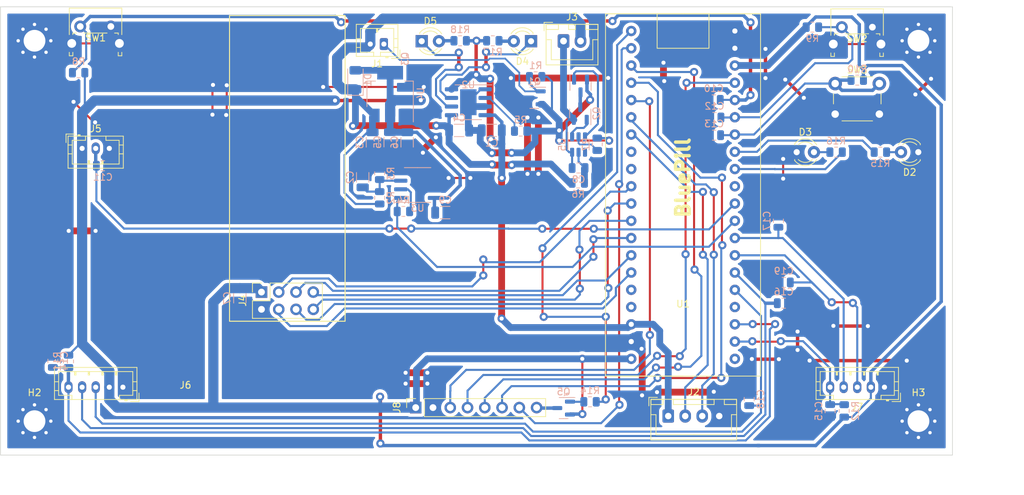
<source format=kicad_pcb>
(kicad_pcb (version 20221018) (generator pcbnew)
  (layers (0 "F.Cu" signal) (31 "B.Cu" signal) (34 "B.Paste" user) (35 "F.Paste" user) (36 "B.SilkS" user "B.Silkscreen") (37 "F.SilkS" user "F.Silkscreen") (38 "B.Mask" user) (39 "F.Mask" user) (44 "Edge.Cuts" user))
  (net 0 "")
  (net 1 "GNDD")
  (net 2 "+5V")
  (net 3 "GND")
  (net 4 "Net-(U3A-+)")
  (net 5 "VCC")
  (net 6 "+3V3")
  (net 7 "Net-(J3-Pin_1)")
  (net 8 "Net-(U5-VDD)")
  (net 9 "BT1")
  (net 10 "BT2")
  (net 11 "BT3")
  (net 12 "JOYSTICK_A_SW")
  (net 13 "JOYSTICK_B_SW")
  (net 14 "Net-(D2-A)")
  (net 15 "Net-(D3-A)")
  (net 16 "Net-(D4-K)")
  (net 17 "Net-(D4-A)")
  (net 18 "Net-(D5-K)")
  (net 19 "Net-(D5-A)")
  (net 20 "Net-(J1-Pin_1)")
  (net 21 "UART_RX")
  (net 22 "UART_TX")
  (net 23 "NRF_CSN")
  (net 24 "NRF_CE")
  (net 25 "NRF_MOSI")
  (net 26 "NRF_SCK")
  (net 27 "NRF_IRQ")
  (net 28 "NRF_MISO")
  (net 29 "JOYSTICK_A_VRX")
  (net 30 "JOYSTICK_A_VRY")
  (net 31 "JOYSTICK_B_VRX")
  (net 32 "JOYSTICK_B_VRY")
  (net 33 "LCD_CS")
  (net 34 "RST")
  (net 35 "LCD_A0")
  (net 36 "LCD_SDA")
  (net 37 "LCD_SCK")
  (net 38 "Net-(J8-Pin_8)")
  (net 39 "Net-(Q2-G)")
  (net 40 "Net-(Q2-D)")
  (net 41 "Net-(Q3-G)")
  (net 42 "Net-(Q5-B)")
  (net 43 "Net-(U3A--)")
  (net 44 "VBAT_ADC")
  (net 45 "Net-(U2-PROG)")
  (net 46 "Net-(U5-VM)")
  (net 47 "LCD_LED")
  (net 48 "LED_1")
  (net 49 "LED_2")
  (net 56 "POT_ADC")
  (footprint "LED_THT:LED_D3.0mm" (layer "F.Cu") (at 161.0225 68.065 180)
    (fp_text reference "D4")
    (fp_text value "CHRG")
  )
  (footprint "Connector_PinSocket_2.54mm:PinSocket_2x04_P2.54mm_Vertical" (layer "F.Cu") (at 121.38 105 90)
    (fp_text reference "J4")
    (fp_text value "NRF2401L")
  )
  (footprint "Connector_JST:JST_PH_B5B-PH-K_1x05_P2.00mm_Vertical" (layer "F.Cu") (at 213 119 180)
    (fp_text reference "J7")
    (fp_text value "JOYSTICK_B")
  )
  (footprint "Button_Switch_THT:SW_Tactile_SPST_Angled_PTS645Vx39-2LFS" (layer "F.Cu") (at 206.725 66)
    (fp_text reference "SW2")
    (fp_text value "BT2")
  )
  (footprint "kicad_library:BluePill_Module" (layer "F.Cu") (at 183.38 66.565)
    (fp_text reference "U1")
    (fp_text value "BluePill_module")
  )
  (footprint "Button_Switch_THT:SW_Tactile_SPST_Angled_PTS645Vx39-2LFS" (layer "F.Cu") (at 94.725 65.9)
    (fp_text reference "SW1")
    (fp_text value "BT1")
  )
  (footprint "MountingHole:MountingHole_3.2mm_M3_Pad_Via" (layer "F.Cu") (at 88 124)
    (fp_text reference "H2")
    (fp_text value "MH")
  )
  (footprint "MountingHole:MountingHole_3.2mm_M3_Pad_Via" (layer "F.Cu") (at 88 68)
    (fp_text reference "H1" hide)
    (fp_text value "MH")
  )
  (footprint "Connector_PinSocket_2.54mm:PinSocket_1x08_P2.54mm_Vertical" (layer "F.Cu") (at 144.0625 122.005 90)
    (fp_text reference "J8")
    (fp_text value "LCD_CONN")
  )
  (footprint "Connector_JST:JST_PH_B5B-PH-K_1x05_P2.00mm_Vertical" (layer "F.Cu") (at 101 119 180)
    (fp_text reference "J6")
    (fp_text value "JOYSTICK_A")
  )
  (footprint "LED_THT:LED_D3.0mm" (layer "F.Cu") (at 200.09 84.4)
    (fp_text reference "D3")
    (fp_text value "LED_2")
  )
  (footprint "Button_Switch_THT:SW_PUSH_6mm_H7.3mm" (layer "F.Cu") (at 205.75 74.3)
    (fp_text reference "SW3")
    (fp_text value "BT3")
  )
  (footprint "LED_THT:LED_D3.0mm" (layer "F.Cu") (at 144.9425 68.065)
    (fp_text reference "D5")
    (fp_text value "STDBY")
  )
  (footprint "LED_THT:LED_D3.0mm" (layer "F.Cu") (at 217.975 84.4 180)
    (fp_text reference "D2")
    (fp_text value "LED_1")
  )
  (footprint "Connector_JST:JST_PH_B3B-PH-K_1x03_P2.00mm_Vertical" (layer "F.Cu") (at 95 83.85)
    (fp_text reference "J5")
    (fp_text value "POT_A")
  )
  (footprint "Connector_JST:JST_XH_B2B-XH-A_1x02_P2.50mm_Vertical" (layer "F.Cu") (at 165.8 68.04)
    (fp_text reference "J3")
    (fp_text value "BATTERY")
  )
  (footprint "Connector_JST:JST_PH_B2B-PH-K_1x02_P2.00mm_Vertical" (layer "F.Cu") (at 139.3825 68.49 180)
    (fp_text reference "J1")
    (fp_text value "SW")
  )
  (footprint "MountingHole:MountingHole_3.2mm_M3_Pad_Via" (layer "F.Cu") (at 218 68)
    (fp_text reference "H4" hide)
    (fp_text value "MH")
  )
  (footprint "MountingHole:MountingHole_3.2mm_M3_Pad_Via" (layer "F.Cu") (at 218 124)
    (fp_text reference "H3")
    (fp_text value "MH" hide)
  )
  (footprint "Connector_JST:JST_XH_B4B-XH-A_1x04_P2.50mm_Vertical" (layer "F.Cu") (at 181.2 123.25)
    (fp_text reference "J2")
    (fp_text value "UART")
  )
  (footprint "Capacitor_SMD:C_0805_2012Metric" (layer "B.Cu") (at 98.05 86.4)
    (fp_text reference "C11")
    (fp_text value "100n")
  )
  (footprint "Resistor_SMD:R_0805_2012Metric" (layer "B.Cu") (at 161.7 73.3 180)
    (fp_text reference "R1")
    (fp_text value "3k3")
  )
  (footprint "Capacitor_SMD:C_0805_2012Metric" (layer "B.Cu") (at 193.11 120.76 90)
    (fp_text reference "C18")
    (fp_text value "100n")
  )
  (footprint "Package_TO_SOT_SMD:SOT-23" (layer "B.Cu") (at 165.8125 122.075 180)
    (fp_text reference "Q5")
    (fp_text value "Q_PNP_BEC")
  )
  (footprint "Resistor_SMD:R_0805_2012Metric" (layer "B.Cu") (at 169.7 121.15 180)
    (fp_text reference "R14")
    (fp_text value "3k3")
  )
  (footprint "Resistor_SMD:R_0805_2012Metric" (layer "B.Cu") (at 159.5 81.3 180)
    (fp_text reference "R5")
    (fp_text value "1k5")
  )
  (footprint "Capacitor_SMD:C_1206_3216Metric" (layer "B.Cu") (at 136.265 88.105 -90)
    (fp_text reference "C2")
    (fp_text value "1u")
  )
  (footprint "Resistor_SMD:R_0805_2012Metric" (layer "B.Cu") (at 209 73.8 180)
    (fp_text reference "R10")
    (fp_text value "3k3")
  )
  (footprint "Capacitor_SMD:C_1206_3216Metric" (layer "B.Cu") (at 118.2 105.9 -90)
    (fp_text reference "C7")
    (fp_text value "1u")
  )
  (footprint "Capacitor_SMD:C_1206_3216Metric" (layer "B.Cu") (at 148.4 93.3 180)
    (fp_text reference "C9")
    (fp_text value "1u")
  )
  (footprint "Capacitor_SMD:C_0805_2012Metric" (layer "B.Cu") (at 168.0125 86.7375)
    (fp_text reference "C8")
    (fp_text value "100n")
  )
  (footprint "Capacitor_SMD:C_1206_3216Metric" (layer "B.Cu") (at 155.25 81.2)
    (fp_text reference "C1")
    (fp_text value "1u")
  )
  (footprint "Capacitor_SMD:C_1206_3216Metric" (layer "B.Cu") (at 140.3 82.925 -90)
    (fp_text reference "C5")
    (fp_text value "1u")
  )
  (footprint "Diode_SMD:D_1206_3216Metric" (layer "B.Cu") (at 135.2 73.75 90)
    (fp_text reference "D1")
    (fp_text value "D")
  )
  (footprint "Package_TO_SOT_SMD:SOT-23" (layer "B.Cu") (at 168.2625 78.7 90)
    (fp_text reference "Q2")
    (fp_text value "Q_NMOS_GSD")
  )
  (footprint "Package_TO_SOT_SMD:SOT-23-6" (layer "B.Cu") (at 168.0125 83.275 -90)
    (fp_text reference "U5")
    (fp_text value "AP9101CK6")
  )
  (footprint "Resistor_SMD:R_0805_2012Metric" (layer "B.Cu") (at 212.4 84.4)
    (fp_text reference "R15")
    (fp_text value "330R")
  )
  (footprint "Package_TO_SOT_SMD:SOT-23" (layer "B.Cu") (at 161.5 76.4 180)
    (fp_text reference "Q1")
    (fp_text value "Q_NMOS_GSD")
  )
  (footprint "Resistor_SMD:R_0805_2012Metric" (layer "B.Cu") (at 94.4875 72.7 180)
    (fp_text reference "R8")
    (fp_text value "3k3")
  )
  (footprint "Capacitor_SMD:C_1206_3216Metric" (layer "B.Cu") (at 142.8 82.95 -90)
    (fp_text reference "C6")
    (fp_text value "1u")
  )
  (footprint "Capacitor_SMD:C_0805_2012Metric" (layer "B.Cu") (at 197.4 94.5 -90)
    (fp_text reference "C17")
    (fp_text value "100n")
  )
  (footprint "Package_TO_SOT_SMD:SOT-223-3_TabPin2" (layer "B.Cu") (at 140.3 75.85 90)
    (fp_text reference "U4")
    (fp_text value "AP1117-33")
  )
  (footprint "Package_TO_SOT_SMD:SOT-23" (layer "B.Cu") (at 168.3 74.6625 -90)
    (fp_text reference "Q3")
    (fp_text value "Q_NMOS_GSD")
  )
  (footprint "Resistor_SMD:R_0805_2012Metric" (layer "B.Cu") (at 205.8875 84.4 180)
    (fp_text reference "R16")
    (fp_text value "330R")
  )
  (footprint "Resistor_SMD:R_0805_2012Metric" (layer "B.Cu") (at 207.08 122.49 90)
    (fp_text reference "R12")
    (fp_text value "3k3")
  )
  (footprint "Package_SO:SOIC-8-1EP_3.9x4.9mm_P1.27mm_EP2.41x3.81mm" (layer "B.Cu") (at 151.8 77.05 180)
    (fp_text reference "U2")
    (fp_text value "TP4056")
  )
  (footprint "Capacitor_SMD:C_0805_2012Metric" (layer "B.Cu") (at 187.95 81.9 180)
    (fp_text reference "C13")
    (fp_text value "100n")
  )
  (footprint "Capacitor_SMD:C_1206_3216Metric" (layer "B.Cu") (at 137.7 82.95 -90)
    (fp_text reference "C3")
    (fp_text value "1u")
  )
  (footprint "Resistor_SMD:R_0805_2012Metric" (layer "B.Cu") (at 138.765 87.5175 90)
    (fp_text reference "R3")
    (fp_text value "47k")
  )
  (footprint "Capacitor_SMD:C_0805_2012Metric" (layer "B.Cu") (at 90.7 115.14 90)
    (fp_text reference "C14")
    (fp_text value "100n")
  )
  (footprint "Resistor_SMD:R_0805_2012Metric" (layer "B.Cu") (at 202.4 66)
    (fp_text reference "R9")
    (fp_text value "3k3")
  )
  (footprint "Capacitor_SMD:C_1206_3216Metric" (layer "B.Cu") (at 150.45 81.2 180)
    (fp_text reference "C4")
    (fp_text value "1u")
  )
  (footprint "Resistor_SMD:R_0805_2012Metric" (layer "B.Cu") (at 138.765 91.1175 90)
    (fp_text reference "R2")
    (fp_text value "47k")
  )
  (footprint "Capacitor_SMD:C_0805_2012Metric" (layer "B.Cu") (at 187.9 76.7 180)
    (fp_text reference "C10")
    (fp_text value "100n")
  )
  (footprint "Resistor_SMD:R_0805_2012Metric" (layer "B.Cu") (at 167.9625 88.9375)
    (fp_text reference "R6")
    (fp_text value "330R")
  )
  (footprint "Package_SO:SOIC-8_3.9x4.9mm_P1.27mm" (layer "B.Cu") (at 144.34 89.235)
    (fp_text reference "U3")
    (fp_text value "LM358")
  )
  (footprint "Capacitor_SMD:C_0805_2012Metric" (layer "B.Cu") (at 198.19 106.64 180)
    (fp_text reference "C16")
    (fp_text value "100n")
  )
  (footprint "Resistor_SMD:R_0805_2012Metric" (layer "B.Cu") (at 93 115.2 -90)
    (fp_text reference "R11")
    (fp_text value "3k3")
  )
  (footprint "Resistor_SMD:R_0805_2012Metric" (layer "B.Cu") (at 155.4 68)
    (fp_text reference "R17")
    (fp_text value "1k5")
  )
  (footprint "Capacitor_SMD:C_0805_2012Metric" (layer "B.Cu") (at 188 79.3 180)
    (fp_text reference "C12")
    (fp_text value "100n")
  )
  (footprint "Resistor_SMD:R_0805_2012Metric" (layer "B.Cu") (at 142.2525 93.13 180)
    (fp_text reference "R4")
    (fp_text value "22k")
  )
  (footprint "Resistor_SMD:R_0805_2012Metric" (layer "B.Cu") (at 150.6 68 180)
    (fp_text reference "R18")
    (fp_text value "1k5")
  )
  (footprint "Resistor_SMD:R_0805_2012Metric" (layer "B.Cu") (at 170.7625 83.2375 -90)
    (fp_text reference "R7")
    (fp_text value "2k2")
  )
  (footprint "Capacitor_SMD:C_0805_2012Metric" (layer "B.Cu") (at 205.01 122.51 -90)
    (fp_text reference "C15")
    (fp_text value "100n")
  )
  (footprint "Capacitor_SMD:C_0805_2012Metric" (layer "B.Cu") (at 198.2 103.58 180)
    (fp_text reference "C19")
    (fp_text value "100n")
  )
  (gr_rect (start 116.68 64.29) (end 133.68 109.29) (stroke (width 0.15)) (fill none) (layer "F.SilkS"))
  (gr_rect (start 83 63) (end 223 129) (stroke (width 0.1)) (fill none) (layer "Edge.Cuts"))
  (segment (start 165.163 81.2) (end 165.2 81.2) (width 1) (layer "F.Cu") (net 1))
  (segment (start 158.1745 84.503171) (end 155.288901 84.503171) (width 1) (layer "F.Cu") (net 1))
  (segment (start 172.5 82.7) (end 172.49 82.69) (width 0.3) (layer "F.Cu") (net 1))
  (segment (start 172.49 82.69) (end 165.163 82.69) (width 0.3) (layer "F.Cu") (net 1))
  (segment (start 165.2 81.2) (end 169.7 76.7) (width 1) (layer "F.Cu") (net 1))
  (segment (start 155.288901 84.503171) (end 155.264999 84.527073) (width 1) (layer "F.Cu") (net 1))
  (via (at 158.1745 84.503171) (size 1.2) (drill 0.6) (layers "F.Cu" "B.Cu") (net 1))
  (via (at 155.264999 84.527073) (size 1.2) (drill 0.6) (layers "F.Cu" "B.Cu") (net 1))
  (via (at 165.163 82.69) (size 1.2) (drill 0.6) (layers "F.Cu" "B.Cu") (net 1))
  (via (at 172.5 82.7) (size 1.2) (drill 0.6) (layers "F.Cu" "B.Cu") (net 1))
  (via (at 165.163 81.2) (size 1.2) (drill 0.6) (layers "F.Cu" "B.Cu") (net 1))
  (via (at 169.7 76.7) (size 1.2) (drill 0.6) (layers "F.Cu" "B.Cu") (net 1))
  (segment (start 165.163 79.763) (end 164.1 78.7) (width 0.3) (layer "B.Cu") (net 1))
  (segment (start 152.435 77.685) (end 151.8 77.05) (width 1) (layer "B.Cu") (net 1))
  (segment (start 154.275 75.145) (end 153.650761 75.145) (width 0.3) (layer "B.Cu") (net 1))
  (segment (start 163.4 73.3) (end 162.6125 73.3) (width 0.3) (layer "B.Cu") (net 1))
  (segment (start 169.763 75.898) (end 169.25 75.385) (width 0.5) (layer "B.Cu") (net 1))
  (segment (start 153.650761 75.145) (end 151.8 76.995761) (width 0.3) (layer "B.Cu") (net 1))
  (segment (start 165.163 82.69) (end 165.163 81.2) (width 1) (layer "B.Cu") (net 1))
  (segment (start 153.55 81.425) (end 153.775 81.2) (width 1) (layer "B.Cu") (net 1))
  (segment (start 160.4125 81.3) (end 161.6 81.3) (width 1) (layer "B.Cu") (net 1))
  (segment (start 169.763 76.637) (end 169.763 75.898) (width 0.5) (layer "B.Cu") (net 1))
  (segment (start 153.55 82.952577) (end 153.55 81.425) (width 1) (layer "B.Cu") (net 1))
  (segment (start 160.046829 84.503171) (end 161.6 82.95) (width 1) (layer "B.Cu") (net 1))
  (segment (start 164.1 74) (end 163.4 73.3) (width 0.3) (layer "B.Cu") (net 1))
  (segment (start 165.163 81.2) (end 165.163 79.763) (width 1) (layer "B.Cu") (net 1))
  (segment (start 151.8 76.995761) (end 151.8 77.05) (width 0.3) (layer "B.Cu") (net 1))
  (segment (start 172.125 82.325) (end 170.7625 82.325) (width 0.3) (layer "B.Cu") (net 1))
  (segment (start 164.1 78.7) (end 164.1 74) (width 0.3) (layer "B.Cu") (net 1))
  (segment (start 161.6 82.95) (end 161.6 81.3) (width 1) (layer "B.Cu") (net 1))
  (segment (start 162.75 77.35) (end 162.4375 77.35) (width 1) (layer "B.Cu") (net 1))
  (segment (start 169.7 76.7) (end 169.763 76.637) (width 0.5) (layer "B.Cu") (net 1))
  (segment (start 165.163 79.763) (end 162.75 77.35) (width 1) (layer "B.Cu") (net 1))
  (segment (start 153.775 81.2) (end 151.925 81.2) (width 1) (layer "B.Cu") (net 1))
  (segment (start 169.25 75.385) (end 169.25 73.725) (width 0.5) (layer "B.Cu") (net 1))
  (segment (start 165.063 81.3) (end 161.6 81.3) (width 1) (layer "B.Cu") (net 1))
  (segment (start 155.124496 84.527073) (end 153.55 82.952577) (width 1) (layer "B.Cu") (net 1))
  (segment (start 155.264999 84.527073) (end 155.124496 84.527073) (width 1) (layer "B.Cu") (net 1))
  (segment (start 151.8 81.075) (end 151.925 81.2) (width 1) (layer "B.Cu") (net 1))
  (segment (start 165.163 81.2) (end 165.063 81.3) (width 1) (layer "B.Cu") (net 1))
  (segment (start 172.5 82.7) (end 172.125 82.325) (width 0.3) (layer "B.Cu") (net 1))
  (segment (start 158.1745 84.503171) (end 160.046829 84.503171) (width 1) (layer "B.Cu") (net 1))
  (segment (start 151.8 77.05) (end 151.8 81.075) (width 1) (layer "B.Cu") (net 1))
  (segment (start 154.275 77.685) (end 152.435 77.685) (width 1) (layer "B.Cu") (net 1))
  (segment (start 156.725 88.2) (end 156.7 88.225) (width 1) (layer "F.Cu") (net 2))
  (segment (start 155 82.351967) (end 155.123512 82.475479) (width 1) (layer "F.Cu") (net 2))
  (segment (start 152.95 72.999) (end 152.95 68.05) (width 0.5) (layer "F.Cu") (net 2))
  (segment (start 156.7 88.225) (end 156.7 108.9) (width 1) (layer "F.Cu") (net 2))
  (segment (start 155 73.6) (end 155 82.351967) (width 1) (layer "F.Cu") (net 2))
  (segment (start 152.95 68.05) (end 153 68) (width 0.5) (layer "F.Cu") (net 2))
  (via (at 153 68) (size 1.2) (drill 0.6) (layers "F.Cu" "B.Cu") (net 2))
  (via (at 155 73.6) (size 1.2) (drill 0.6) (layers "F.Cu" "B.Cu") (net 2))
  (via (at 156.725 88.2) (size 1.2) (drill 0.6) (layers "F.Cu" "B.Cu") (net 2))
  (via (at 156.7 108.9) (size 1.2) (drill 0.6) (layers "F.Cu" "B.Cu") (net 2))
  (via (at 155.123512 82.475479) (size 1.2) (drill 0.6) (layers "F.Cu" "B.Cu") (net 2))
  (via (at 152.95 72.999) (size 1.2) (drill 0.6) (layers "F.Cu" "B.Cu") (net 2))
  (segment (start 178.98561 109.745) (end 179.95 110.70939) (width 1) (layer "B.Cu") (net 2))
  (segment (start 150.470499 73.999501) (end 149.325 75.145) (width 1) (layer "B.Cu") (net 2))
  (segment (start 156.725 79.975) (end 155.705 78.955) (width 0.5) (layer "B.Cu") (net 2))
  (segment (start 155 73.6) (end 153.551 73.6) (width 1) (layer "B.Cu") (net 2))
  (segment (start 156.725 88.2) (end 156.725 83.2) (width 1) (layer "B.Cu") (net 2))
  (segment (start 152.270349 72.999) (end 151.269848 73.999501) (width 1) (layer "B.Cu") (net 2))
  (segment (start 155.848033 83.2) (end 156.725 83.2) (width 1) (layer "B.Cu") (net 2))
  (segment (start 181.2 113.94) (end 181.2 123.25) (width 1) (layer "B.Cu") (net 2))
  (segment (start 179.95 112.69) (end 181.2 113.94) (width 1) (layer "B.Cu") (net 2))
  (segment (start 153.551 73.6) (end 152.95 72.999) (width 1) (layer "B.Cu") (net 2))
  (segment (start 155.123512 82.475479) (end 155.848033 83.2) (width 1) (layer "B.Cu") (net 2))
  (segment (start 155.705 78.955) (end 154.275 78.955) (width 0.5) (layer "B.Cu") (net 2))
  (segment (start 158.02 110.22) (end 175.285 110.22) (width 1) (layer "B.Cu") (net 2))
  (segment (start 156.725 83.2) (end 156.725 81.2) (width 1) (layer "B.Cu") (net 2))
  (segment (start 151.269848 73.999501) (end 150.470499 73.999501) (width 1) (layer "B.Cu") (net 2))
  (segment (start 156.725 81.2) (end 156.725 79.975) (width 0.5) (layer "B.Cu") (net 2))
  (segment (start 152.95 72.999) (end 152.270349 72.999) (width 1) (layer "B.Cu") (net 2))
  (segment (start 153 68) (end 151.5125 68) (width 0.5) (layer "B.Cu") (net 2))
  (segment (start 153 68) (end 154.4875 68) (width 0.5) (layer "B.Cu") (net 2))
  (segment (start 175.76 109.745) (end 178.98561 109.745) (width 1) (layer "B.Cu") (net 2))
  (segment (start 175.285 110.22) (end 175.76 109.745) (width 1) (layer "B.Cu") (net 2))
  (segment (start 179.95 110.70939) (end 179.95 112.69) (width 1) (layer "B.Cu") (net 2))
  (segment (start 156.7 108.9) (end 158.02 110.22) (width 1) (layer "B.Cu") (net 2))
  (segment (start 152.1 88.2) (end 148.9 88.2) (width 0.3) (layer "F.Cu") (net 3))
  (segment (start 114.17 74.58) (end 114.25 74.5) (width 0.3) (layer "F.Cu") (net 3))
  (segment (start 145.25 74.8) (end 130.45 74.8) (width 0.3) (layer "F.Cu") (net 3))
  (segment (start 158.06 73.49) (end 172.36 73.49) (width 1) (layer "F.Cu") (net 3))
  (segment (start 200.22 110.81) (end 200.22 113.52) (width 0.5) (layer "F.Cu") (net 3))
  (segment (start 160.5 87.6) (end 160.5 79.3) (width 1) (layer "F.Cu") (net 3))
  (segment (start 145.775 116.875) (end 142.575 116.875) (width 1) (layer "F.Cu") (net 3))
  (segment (start 145.12 84.13) (end 147.03 82.22) (width 1) (layer "F.Cu") (net 3))
  (segment (start 193.53 114.88) (end 193.5 114.85) (width 0.5) (layer "F.Cu") (net 3))
  (segment (start 96.76 80.01) (end 93.74 76.99) (width 0.3) (layer "F.Cu") (net 3))
  (segment (start 211.225 66) (end 212.485 67.26) (width 0.3) (layer "F.Cu") (net 3))
  (segment (start 180.5 73.83) (end 180.61 73.94) (width 1) (layer "F.Cu") (net 3))
  (segment (start 162.1 87.6) (end 162.1 79.3) (width 1) (layer "F.Cu") (net 3))
  (segment (start 116.27 74.55) (end 116.27 78.85) (width 0.3) (layer "F.Cu") (net 3))
  (segment (start 180.5 71.23) (end 180.5 73.83) (width 1) (layer "F.Cu") (net 3))
  (segment (start 100.485 67.16) (end 100.485 68.39) (width 0.3) (layer "F.Cu") (net 3))
  (segment (start 197.47 114.88) (end 193.53 114.88) (width 0.5) (layer "F.Cu") (net 3))
  (segment (start 177.28 113.35) (end 177.372 113.442) (width 1) (layer "F.Cu") (net 3))
  (segment (start 205.52 110) (end 205.49 109.97) (width 0.5) (layer "F.Cu") (net 3))
  (segment (start 198.1 85.4) (end 198.1 88.3) (width 0.3) (layer "F.Cu") (net 3))
  (segment (start 177.372 120.178) (end 177.35 120.2) (width 1) (layer "F.Cu") (net 3))
  (segment (start 212.485 67.26) (end 212.485 68.49) (width 0.3) (layer "F.Cu") (net 3))
  (segment (start 202 115.09) (end 216.28 115.09) (width 0.5) (layer "F.Cu") (net 3))
  (segment (start 187.84 119.73) (end 187.9 119.67) (width 1) (layer "F.Cu") (net 3))
  (segment (start 177.372 113.442) (end 177.372 120.178) (width 1) (layer "F.Cu") (net 3))
  (segment (start 100.485 68.39) (end 93.475 68.39) (width 0.3) (layer "F.Cu") (net 3))
  (segment (start 198.46 73.72) (end 201.14 76.4) (width 0.5) (layer "F.Cu") (net 3))
  (segment (start 172.36 73.49) (end 172.37 73.48) (width 1) (layer "F.Cu") (net 3))
  (segment (start 198.41 73.72) (end 198.46 73.72) (width 0.5) (layer "F.Cu") (net 3))
  (segment (start 179.55 119.73) (end 187.84 119.73) (width 1) (layer "F.Cu") (net 3))
  (segment (start 96.91 80.01) (end 96.76 80.01) (width 0.3) (layer "F.Cu") (net 3))
  (segment (start 210.56 110) (end 205.52 110) (width 0.5) (layer "F.Cu") (net 3))
  (segment (start 99.225 65.9) (end 100.485 67.16) (width 0.3) (layer "F.Cu") (net 3))
  (segment (start 217.55 75.9) (end 219.85 73.6) (width 0.5) (layer "F.Cu") (net 3))
  (segment (start 142.575 118.475) (end 145.775 118.475) (width 1) (layer "F.Cu") (net 3))
  (segment (start 93.03 95.99) (end 96.98 95.99) (width 1) (layer "F.Cu") (net 3))
  (segment (start 201.99 115.08) (end 202 115.09) (width 0.5) (layer "F.Cu") (net 3))
  (segment (start 212.485 68.49) (end 205.475 68.49) (width 0.3) (layer "F.Cu") (net 3))
  (segment (start 114.17 78.88) (end 114.17 74.58) (width 0.3) (layer "F.Cu") (net 3))
  (segment (start 195.5 69.2) (end 195.5 73.5) (width 0.5) (layer "F.Cu") (net 3))
  (segment (start 116.27 78.85) (end 116.19 78.93) (width 0.3) (layer "F.Cu") (net 3))
  (segment (start 145.12 84.48) (end 145.12 84.13) (width 1) (layer "F.Cu") (net 3))
  (via (at 177.35 120.2) (size 1.2) (drill 0.6) (layers "F.Cu" "B.Cu") (net 3))
  (via (at 195.5 69.2) (size 1.2) (drill 0.6) (layers "F.Cu" "B.Cu") (net 3))
  (via (at 198.1 85.4) (size 1.2) (drill 0.6) (layers "F.Cu" "B.Cu") (net 3))
  (via (at 201.14 76.4) (size 1.2) (drill 0.6) (layers "F.Cu" "B.Cu") (net 3))
  (via (at 114.17 78.88) (size 1.2) (drill 0.6) (layers "F.Cu" "B.Cu") (net 3))
  (via (at 217.55 75.9) (size 1.2) (drill 0.6) (layers "F.Cu" "B.Cu") (net 3))
  (via (at 116.19 78.93) (size 1.2) (drill 0.6) (layers "F.Cu" "B.Cu") (net 3))
  (via (at 177.28 113.35) (size 1.2) (drill 0.6) (layers "F.Cu" "B.Cu") (net 3))
  (via (at 158.06 73.49) (size 1.2) (drill 0.6) (layers "F.Cu" "B.Cu") (net 3))
  (via (at 180.5 71.23) (size 1.2) (drill 0.6) (layers "F.Cu" "B.Cu") (net 3))
  (via (at 93.74 76.99) (size 1.2) (drill 0.6) (layers "F.Cu" "B.Cu") (net 3))
  (via (at 93.03 95.99) (size 1.2) (drill 0.6) (layers "F.Cu" "B.Cu") (net 3))
  (via (at 145.25 74.8) (size 1.2) (drill 0.6) (layers "F.Cu" "B.Cu") (net 3))
  (via (at 172.37 73.48) (size 1.2) (drill 0.6) (layers "F.Cu" "B.Cu") (net 3))
  (via (at 145.775 118.475) (size 1.2) (drill 0.6) (layers "F.Cu" "B.Cu") (net 3))
  (via (at 179.55 119.73) (size 1.2) (drill 0.6) (layers "F.Cu" "B.Cu") (net 3))
  (via (at 152.1 88.2) (size 1.2) (drill 0.6) (layers "F.Cu" "B.Cu") (net 3))
  (via (at 195.5 73.5) (size 1.2) (drill 0.6) (layers "F.Cu" "B.Cu") (net 3))
  (via (at 160.5 79.3) (size 1.2) (drill 0.6) (layers "F.Cu" "B.Cu") (net 3))
  (via (at 162.1 79.3) (size 1.2) (drill 0.6) (layers "F.Cu" "B.Cu") (net 3))
  (via (at 198.1 88.3) (size 1.2) (drill 0.6) (layers "F.Cu" "B.Cu") (net 3))
  (via (at 142.575 116.875) (size 1.2) (drill 0.6) (layers "F.Cu" "B.Cu") (net 3))
  (via (at 200.22 113.52) (size 1.2) (drill 0.6) (layers "F.Cu" "B.Cu") (net 3))
  (via (at 162.1 87.6) (size 1.2) (drill 0.6) (layers "F.Cu" "B.Cu") (net 3))
  (via (at 216.28 115.09) (size 1.2) (drill 0.6) (layers "F.Cu" "B.Cu") (net 3))
  (via (at 130.45 74.8) (size 1.2) (drill 0.6) (layers "F.Cu" "B.Cu") (net 3))
  (via (at 145.12 84.48) (size 1.2) (drill 0.6) (layers "F.Cu" "B.Cu") (net 3))
  (via (at 142.575 118.475) (size 1.2) (drill 0.6) (layers "F.Cu" "B.Cu") (net 3))
  (via (at 200.22 110.81) (size 1.2) (drill 0.6) (layers "F.Cu" "B.Cu") (net 3))
  (via (at 187.9 119.67) (size 1.2) (drill 0.6) (layers "F.Cu" "B.Cu") (net 3))
  (via (at 148.9 88.2) (size 1.2) (drill 0.6) (layers "F.Cu" "B.Cu") (net 3))
  (via (at 198.41 73.72) (size 1.2) (drill 0.6) (layers "F.Cu" "B.Cu") (net 3))
  (via (at 201.99 115.08) (size 1.2) (drill 0.6) (layers "F.Cu" "B.Cu") (net 3))
  (via (at 160.5 87.6) (size 1.2) (drill 0.6) (layers "F.Cu" "B.Cu") (net 3))
  (via (at 96.91 80.01) (size 1.2) (drill 0.6) (layers "F.Cu" "B.Cu") (net 3))
  (via (at 193.5 114.85) (size 1.2) (drill 0.6) (layers "F.Cu" "B.Cu") (net 3))
  (via (at 210.56 110) (size 1.2) (drill 0.6) (layers "F.Cu" "B.Cu") (net 3))
  (via (at 147.03 82.22) (size 1.2) (drill 0.6) (layers "F.Cu" "B.Cu") (net 3))
  (via (at 96.98 95.99) (size 1.2) (drill 0.6) (layers "F.Cu" "B.Cu") (net 3))
  (via (at 205.49 109.97) (size 1.2) (drill 0.6) (layers "F.Cu" "B.Cu") (net 3))
  (via (at 197.47 114.88) (size 1.2) (drill 0.6) (layers "F.Cu" "B.Cu") (net 3))
  (via (at 180.61 73.94) (size 1.2) (drill 0.6) (layers "F.Cu" "B.Cu") (net 3))
  (via (at 145.775 116.875) (size 1.2) (drill 0.6) (layers "F.Cu" "B.Cu") (net 3))
  (via (at 219.85 73.6) (size 1.2) (drill 0.6) (layers "F.Cu" "B.Cu") (net 3))
  (via (at 114.25 74.5) (size 1.2) (drill 0.6) (layers "F.Cu" "B.Cu") (net 3))
  (via (at 116.27 74.55) (size 1.2) (drill 0.6) (layers "F.Cu" "B.Cu") (net 3))
  (segment (start 136.89 90.205) (end 136.265 89.58) (width 0.3) (layer "B.Cu") (net 4))
  (segment (start 138.765 88.43) (end 138.765 90.205) (width 0.3) (layer "B.Cu") (net 4))
  (segment (start 138.765 90.205) (end 136.89 90.205) (width 0.3) (layer "B.Cu") (net 4))
  (segment (start 138.935 88.6) (end 138.765 88.43) (width 0.3) (layer "B.Cu") (net 4))
  (segment (start 141.865 88.6) (end 138.935 88.6) (width 0.3) (layer "B.Cu") (net 4))
  (segment (start 134.88 80.5) (end 147.08 80.5) (width 1) (layer "F.Cu") (net 5))
  (segment (start 134.84 80.54) (end 134.88 80.5) (width 1) (layer "F.Cu") (net 5))
  (segment (start 155.2755 86.2) (end 155.3755 86.3) (width 1) (layer "F.Cu") (net 5))
  (segment (start 155.3755 86.3) (end 158.1745 86.3) (width 1) (layer "F.Cu") (net 5))
  (via (at 134.84 80.54) (size 1.2) (drill 0.6) (layers "F.Cu" "B.Cu") (net 5))
  (via (at 155.2755 86.2) (size 1.2) (drill 0.6) (layers "F.Cu" "B.Cu") (net 5))
  (via (at 147.08 80.5) (size 1.2) (drill 0.6) (layers "F.Cu" "B.Cu") (net 5))
  (via (at 158.1745 86.3) (size 1.2) (drill 0.6) (layers "F.Cu" "B.Cu") (net 5))
  (segment (start 166.7375 88.9375) (end 167.05 88.9375) (width 1) (layer "B.Cu") (net 5))
  (segment (start 137.3825 66.6175) (end 139.25 64.75) (width 1.5) (layer "B.Cu") (net 5))
  (segment (start 132.5 70.5) (end 132.5 74.3) (width 1.5) (layer "B.Cu") (net 5))
  (segment (start 158.3245 86.15) (end 163.95 86.15) (width 1) (layer "B.Cu") (net 5))
  (segment (start 135.2 80.18) (end 135.2 75.15) (width 1) (layer "B.Cu") (net 5))
  (segment (start 137.7 79.3) (end 138 79) (width 1) (layer "B.Cu") (net 5))
  (segment (start 148.975 81.095) (end 148.975 81.2) (width 1) (layer "B.Cu") (net 5))
  (segment (start 152.1 86.2) (end 148.975 83.075) (width 1) (layer "B.Cu") (net 5))
  (segment (start 167.5 64.75) (end 168.3 65.55) (width 1.5) (layer "B.Cu") (net 5))
  (segment (start 138.765 92.03) (end 135.23 92.03) (width 0.3) (layer "B.Cu") (net 5))
  (segment (start 134.84 80.54) (end 135.2 80.18) (width 1) (layer "B.Cu") (net 5))
  (segment (start 163.95 86.15) (end 166.7375 88.9375) (width 1) (layer "B.Cu") (net 5))
  (segment (start 139.25 64.75) (end 167.5 64.75) (width 1.5) (layer "B.Cu") (net 5))
  (segment (start 133.35 75.15) (end 135.2 75.15) (width 1.5) (layer "B.Cu") (net 5))
  (segment (start 137.3825 68.49) (end 137.3825 66.6175) (width 1.5) (layer "B.Cu") (net 5))
  (segment (start 148.975 79.305) (end 149.325 78.955) (width 0.5) (layer "B.Cu") (net 5))
  (segment (start 148.38 80.5) (end 148.975 81.095) (width 1) (layer "B.Cu") (net 5))
  (segment (start 137.3825 68.49) (end 136.8725 69) (width 1.5) (layer "B.Cu") (net 5))
  (segment (start 147.08 80.5) (end 148.38 80.5) (width 1) (layer "B.Cu") (net 5))
  (segment (start 168.3 65.55) (end 168.3 68.04) (width 1.5) (layer "B.Cu") (net 5))
  (segment (start 135.2 75.15) (end 135.2 76.2) (width 1) (layer "B.Cu") (net 5))
  (segment (start 135.2 76.2) (end 138 79) (width 1) (layer "B.Cu") (net 5))
  (segment (start 158.1745 86.3) (end 158.3245 86.15) (width 1) (layer "B.Cu") (net 5))
  (segment (start 135.23 92.03) (end 133.6 90.4) (width 0.3) (layer "B.Cu") (net 5))
  (segment (start 133.6 84.83) (end 136.955 81.475) (width 0.3) (layer "B.Cu") (net 5))
  (segment (start 132.5 74.3) (end 133.35 75.15) (width 1.5) (layer "B.Cu") (net 5))
  (segment (start 134 69) (end 132.5 70.5) (width 1.5) (layer "B.Cu") (net 5))
  (segment (start 133.6 90.4) (end 133.6 84.83) (width 0.3) (layer "B.Cu") (net 5))
  (segment (start 155.2755 86.2) (end 152.1 86.2) (width 1) (layer "B.Cu") (net 5))
  (segment (start 148.975 81.2) (end 148.975 79.305) (width 0.5) (layer "B.Cu") (net 5))
  (segment (start 136.8725 69) (end 134 69) (width 1.5) (layer "B.Cu") (net 5))
  (segment (start 136.955 81.475) (end 137.7 81.475) (width 0.3) (layer "B.Cu") (net 5))
  (segment (start 137.7 81.475) (end 137.7 79.3) (width 1) (layer "B.Cu") (net 5))
  (segment (start 148.975 83.075) (end 148.975 81.2) (width 1) (layer "B.Cu") (net 5))
  (segment (start 168.57 114.835) (end 168.57 122.96) (width 0.3) (layer "F.Cu") (net 6))
  (segment (start 144.81 76.75) (end 144.76 76.8) (width 0.5) (layer "F.Cu") (net 6))
  (segment (start 138.87 120.45) (end 138.82 120.4) (width 0.5) (layer "F.Cu") (net 6))
  (segment (start 144.76 76.8) (end 132.2 76.8) (width 0.5) (layer "F.Cu") (net 6))
  (segment (start 168.56 114.825) (end 168.57 114.835) (width 0.3) (layer "F.Cu") (net 6))
  (segment (start 138.87 127.29) (end 138.87 120.45) (width 0.5) (layer "F.Cu") (net 6))
  (via (at 138.87 127.29) (size 1.2) (drill 0.6) (layers "F.Cu" "B.Cu") (net 6))
  (via (at 144.81 76.75) (size 1.2) (drill 0.6) (layers "F.Cu" "B.Cu") (net 6))
  (via (at 168.56 114.825) (size 1.2) (drill 0.6) (layers "F.Cu" "B.Cu") (net 6))
  (via (at 138.82 120.4) (size 1.2) (drill 0.6) (layers "F.Cu" "B.Cu") (net 6))
  (via (at 132.2 76.8) (size 1.2) (drill 0.6) (layers "F.Cu" "B.Cu") (net 6))
  (via (at 168.57 122.96) (size 1.2) (drill 0.6) (layers "F.Cu" "B.Cu") (net 6))
  (segment (start 116.375 104.425) (end 114.3 106.5) (width 1.5) (layer "B.Cu") (net 6))
  (segment (start 140.3 77.35) (end 140.3 79) (width 1.5) (layer "B.Cu") (net 6))
  (segment (start 135.2 72.35) (end 139.95 72.35) (width 1) (layer "B.Cu") (net 6))
  (segment (start 144.81 76.75) (end 144.76 76.8) (width 0.5) (layer "B.Cu") (net 6))
  (segment (start 148.76 91.14) (end 150.6 89.3) (width 0.5) (layer "B.Cu") (net 6))
  (segment (start 168.57 122.96) (end 166.815 122.96) (width 0.5) (layer "B.Cu") (net 6))
  (segment (start 144.0625 122.005) (end 144.145 122.005) (width 1) (layer "B.Cu") (net 6))
  (segment (start 221.35 106.4) (end 221.35 77.45) (width 0.5) (layer "B.Cu") (net 6))
  (segment (start 150.6 89.3) (end 150.6 87.85) (width 0.5) (layer "B.Cu") (net 6))
  (segment (start 209.9 72.25) (end 209.9 73.7875) (width 0.5) (layer "B.Cu") (net 6))
  (segment (start 138.77 127.17) (end 138.77 127.19) (width 0.5) (layer "B.Cu") (net 6))
  (segment (start 120.805 104.425) (end 119.9 104.425) (width 1.5) (layer "B.Cu") (net 6))
  (segment (start 211 120.64) (end 211 119) (width 0.3) (layer "B.Cu") (net 6))
  (segment (start 95 112.8) (end 95 112.6) (width 0.5) (layer "B.Cu") (net 6))
  (segment (start 146.815 93.19) (end 146.925 93.3) (width 0.5) (layer "B.Cu") (net 6))
  (segment (start 144.0625 122.005) (end 138.82 122.005) (width 1.5) (layer "B.Cu") (net 6))
  (segment (start 209.3 65.6) (end 209.3 71.65) (width 0.5) (layer "B.Cu") (net 6))
  (segment (start 94.4875 112.8) (end 95 112.8) (width 0.3) (layer "B.Cu") (net 6))
  (segment (start 144.175 121.975) (end 144.175 116.42439) (width 1) (layer "B.Cu") (net 6))
  (segment (start 191 71.645) (end 195.8425 71.645) (width 1) (layer "B.Cu") (net 6))
  (segment (start 99 116.6) (end 99 119) (width 1.5) (layer "B.Cu") (net 6))
  (segment (start 93 114.2875) (end 94.4875 112.8) (width 0.3) (layer "B.Cu") (net 6))
  (segment (start 202.897918 64.5) (end 208.2 64.5) (width 0.5) (layer "B.Cu") (net 6))
  (segment (start 95 83.85) (end 95 112.6) (width 1.5) (layer "B.Cu") (net 6))
  (segment (start 175.76 114.825) (end 145.77439 114.825) (width 1) (layer "B.Cu") (net 6))
  (segment (start 95 78.6) (end 96.8 76.8) (width 1.5) (layer "B.Cu") (net 6))
  (segment (start 99 120.66) (end 99 119) (width 1) (layer "B.Cu") (net 6))
  (segment (start 140.3 79) (end 140.3 76.5) (width 1) (layer "B.Cu") (net 6))
  (segment (start 139.95 72.35) (end 140.3 72.7) (width 1) (layer "B.Cu") (net 6))
  (segment (start 201.4875 65.910418) (end 202.897918 64.5) (width 0.5) (layer "B.Cu") (net 6))
  (segment (start 144.145 122.005) (end 144.175 121.975) (width 1) (layer "B.Cu") (net 6))
  (segment (start 144.81 76.75) (end 140.9 76.75) (width 1.5) (layer "B.Cu") (net 6))
  (segment (start 138.82 122.005) (end 100.18 122.005) (width 1.5) (layer "B.Cu") (net 6))
  (segment (start 221.35 77.45) (end 215.55 71.65) (width 0.5) (layer "B.Cu") (net 6))
  (segment (start 211 116.75) (end 221.35 106.4) (width 0.5) (layer "B.Cu") (net 6))
  (segment (start 145.77439 114.825) (end 144.2 116.39939) (width 1) (layer "B.Cu") (net 6))
  (segment (start 95 83.85) (end 95 78.6) (width 1.5) (layer "B.Cu") (net 6))
  (segment (start 201.4875 66) (end 201.4875 65.910418) (width 0.5) (layer "B.Cu") (net 6))
  (segment (start 95.4 72.7) (end 95.4 78.2) (width 0.3) (layer "B.Cu") (net 6))
  (segment (start 215.55 71.65) (end 210.5 71.65) (width 0.5) (layer "B.Cu") (net 6))
  (segment (start 118.2 104.425) (end 116.375 104.425) (width 1.5) (layer "B.Cu") (net 6))
  (segment (start 140.3 81.35) (end 140.4 81.45) (width 1) (layer "B.Cu") (net 6))
  (segment (start 210.5 71.65) (end 209.9 72.25) (width 0.5) (layer "B.Cu") (net 6))
  (segment (start 139.19 127.59) (end 138.77 127.17) (width 0.5) (layer "B.Cu") (net 6))
  (segment (start 144.225 81.475) (end 142.8 81.475) (width 0.5) (layer "B.Cu") (net 6))
  (segment (start 140.3 79) (end 140.3 81.35) (width 1) (layer "B.Cu") (net 6))
  (segment (start 207.08 123.4025) (end 208.2375 123.4025) (width 0.3) (layer "B.Cu") (net 6))
  (segment (start 140.3 76.5) (end 140.3 72.7) (width 1) (layer "B.Cu") (net 6))
  (segment (start 121.38 105) (end 120.805 104.425) (width 1.5) (layer "B.Cu") (net 6))
  (segment (start 144.76 76.8) (end 140.6 76.8) (width 0.5) (layer "B.Cu") (net 6))
  (segment (start 207.08 123.4025) (end 202.8925 127.59) (width 0.5) (layer "B.Cu") (net 6))
  (segment (start 166.815 122.96) (end 166.75 123.025) (width 0.5) (layer "B.Cu") (net 6))
  (segment (start 146.815 91.14) (end 148.76 91.14) (width 0.5) (layer "B.Cu") (net 6))
  (segment (start 211 119) (end 211 116.75) (width 0.5) (layer "B.Cu") (net 6))
  (segment (start 144.175 116.42439) (end 144.2 116.39939) (width 1) (layer "B.Cu") (net 6))
  (segment (start 209.9 73.7875) (end 209.9125 73.8) (width 0.5) (layer "B.Cu") (net 6))
  (segment (start 119.9 104.425) (end 118.2 104.425) (width 1.5) (layer "B.Cu") (net 6))
  (segment (start 195.8425 71.645) (end 201.4875 66) (width 1) (layer "B.Cu") (net 6))
  (segment (start 99 120.825) (end 99 119) (width 1.5) (layer "B.Cu") (net 6))
  (segment (start 209.3 71.65) (end 209.9 72.25) (width 0.5) (layer "B.Cu") (net 6))
  (segment (start 208.2 64.5) (end 209.3 65.6) (width 0.5) (layer "B.Cu") (net 6))
  (segment (start 100.18 122.005) (end 99 120.825) (width 1.5) (layer "B.Cu") (net 6))
  (segment (start 140.325 81.475) (end 140.3 81.45) (width 1) (layer "B.Cu") (net 6))
  (segment (start 208.2375 123.4025) (end 211 120.64) (width 0.3) (layer "B.Cu") (net 6))
  (segment (start 95 112.6) (end 99 116.6) (width 1.5) (layer "B.Cu") (net 6))
  (segment (start 202.8925 127.59) (end 194.32 127.59) (width 0.5) (layer "B.Cu") (net 6))
  (segment (start 142.8 81.475) (end 140.325 81.475) (width 1) (layer "B.Cu") (net 6))
  (segment (start 138.77 127.19) (end 138.87 127.29) (width 0.5) (layer "B.Cu") (net 6))
  (segment (start 194.61 127.59) (end 139.19 127.59) (width 0.5) (layer "B.Cu") (net 6))
  (segment (start 96.8 76.8) (end 132.2 76.8) (width 1.5) (layer "B.Cu") (net 6))
  (segment (start 150.6 87.85) (end 144.225 81.475) (width 0.5) (layer "B.Cu") (net 6))
  (segment (start 95.4 78.2) (end 95 78.6) (width 0.3) (layer "B.Cu") (net 6))
  (segment (start 95 83.85) (end 95 112.8) (width 0.5) (layer "B.Cu") (net 6))
  (segment (start 140.6 76.8) (end 140.3 76.5) (width 0.5) (layer "B.Cu") (net 6))
  (segment (start 138.82 120.4) (end 138.82 122.005) (width 0.5) (layer "B.Cu") (net 6))
  (segment (start 146.815 91.14) (end 146.815 93.19) (width 0.5) (layer "B.Cu") (net 6))
  (segment (start 114.3 106.5) (end 114.3 121.935) (width 1.5) (layer "B.Cu") (net 6))
  (segment (start 140.9 76.75) (end 140.3 77.35) (width 1.5) (layer "B.Cu") (net 6))
  (segment (start 165.8 68.04) (end 165.8 78.125) (width 1) (layer "B.Cu") (net 7))
  (segment (start 166.2625 84.0375) (end 166.2625 79.9375) (width 0.3) (layer "B.Cu") (net 7))
  (segment (start 167.0625 86.7375) (end 167.0625 84.4125) (width 0.3) (layer "B.Cu") (net 7))
  (segment (start 166.6375 84.4125) (end 166.2625 84.0375) (width 0.3) (layer "B.Cu") (net 7))
  (segment (start 166.5625 79.6375) (end 167.3125 79.6375) (width 0.3) (layer "B.Cu") (net 7))
  (segment (start 166.2625 79.9375) (end 166.5625 79.6375) (width 0.3) (layer "B.Cu") (net 7))
  (segment (start 165.8 78.125) (end 167.3125 79.6375) (width 1) (layer "B.Cu") (net 7))
  (segment (start 167.0625 84.4125) (end 166.6375 84.4125) (width 0.3) (layer "B.Cu") (net 7))
  (segment (start 168.875 86.825) (end 168.9625 86.7375) (width 1) (layer "B.Cu") (net 8))
  (segment (start 168.875 88.9375) (end 168.875 86.825) (width 1) (layer "B.Cu") (net 8))
  (segment (start 168.0125 84.4125) (end 168.0125 85.7875) (width 0.3) (layer "B.Cu") (net 8))
  (segment (start 168.0125 85.7875) (end 168.8125 86.5875) (width 0.3) (layer "B.Cu") (net 8))
  (segment (start 172.99 65.09) (end 133.27 65.09) (width 0.5) (layer "F.Cu") (net 9))
  (segment (start 133.27 65.09) (end 133.09 65.27) (width 0.5) (layer "F.Cu") (net 9))
  (segment (start 173 65.1) (end 172.99 65.09) (width 0.5) (layer "F.Cu") (net 9))
  (segment (start 193.3 76) (end 193.3 65.3) (width 0.5) (layer "F.Cu") (net 9))
  (via (at 173 65.1) (size 1.2) (drill 0.6) (layers "F.Cu" "B.Cu") (net 9))
  (via (at 133.09 65.27) (size 1.2) (drill 0.6) (layers "F.Cu" "B.Cu") (net 9))
  (via (at 193.3 76) (size 1.2) (drill 0.6) (layers "F.Cu" "B.Cu") (net 9))
  (via (at 193.3 65.3) (size 1.2) (drill 0.6) (layers "F.Cu" "B.Cu") (net 9))
  (segment (start 95.599999 66.774999) (end 95.599999 70.675001) (width 0.3) (layer "B.Cu") (net 9))
  (segment (start 95.599999 70.675001) (end 93.575 72.7) (width 0.3) (layer "B.Cu") (net 9))
  (segment (start 192.575 76.725) (end 193.3 76) (width 0.5) (layer "B.Cu") (net 9))
  (segment (start 173.85 64.25) (end 192.25 64.25) (width 0.5) (layer "B.Cu") (net 9))
  (segment (start 132.245 64.425) (end 96.2 64.425) (width 0.5) (layer "B.Cu") (net 9))
  (segment (start 133.09 65.27) (end 132.245 64.425) (width 0.5) (layer "B.Cu") (net 9))
  (segment (start 192.25 64.25) (end 193.3 65.3) (width 0.5) (layer "B.Cu") (net 9))
  (segment (start 173 65.1) (end 173.85 64.25) (width 0.5) (layer "B.Cu") (net 9))
  (segment (start 96.2 64.425) (end 94.725 65.9) (width 0.5) (layer "B.Cu") (net 9))
  (segment (start 190.975 76.7) (end 191 76.725) (width 0.3) (layer "B.Cu") (net 9))
  (segment (start 191 76.725) (end 192.575 76.725) (width 0.5) (layer "B.Cu") (net 9))
  (segment (start 188.85 76.7) (end 190.975 76.7) (width 0.3) (layer "B.Cu") (net 9))
  (segment (start 94.725 65.9) (end 95.599999 66.774999) (width 0.3) (layer "B.Cu") (net 9))
  (segment (start 190.965 79.3) (end 191 79.265) (width 0.3) (layer "B.Cu") (net 10))
  (segment (start 203.3125 66) (end 206.725 66) (width 0.3) (layer "B.Cu") (net 10))
  (segment (start 207.7 71.3) (end 208.275 70.725) (width 0.3) (layer "B.Cu") (net 10))
  (segment (start 194.835 79.265) (end 202.8 71.3) (width 0.3) (layer "B.Cu") (net 10))
  (segment (start 191 79.265) (end 194.835 79.265) (width 0.3) (layer "B.Cu") (net 10))
  (segment (start 206.725 66) (end 208.275 67.55) (width 0.3) (layer "B.Cu") (net 10))
  (segment (start 188.95 79.3) (end 190.965 79.3) (width 0.3) (layer "B.Cu") (net 10))
  (segment (start 208.275 67.55) (end 208.275 70.725) (width 0.3) (layer "B.Cu") (net 10))
  (segment (start 202.8 71.3) (end 207.7 71.3) (width 0.3) (layer "B.Cu") (net 10))
  (segment (start 206.25 73.8) (end 205.75 74.3) (width 0.5) (layer "B.Cu") (net 11))
  (segment (start 208.0875 73.8) (end 206.25 73.8) (width 0.5) (layer "B.Cu") (net 11))
  (segment (start 211.25 75.3) (end 212.25 74.3) (width 0.5) (layer "B.Cu") (net 11))
  (segment (start 191 81.805) (end 193.795 81.805) (width 0.3) (layer "B.Cu") (net 11))
  (segment (start 190.905 81.9) (end 191 81.805) (width 0.3) (layer "B.Cu") (net 11))
  (segment (start 206.75 75.3) (end 211.25 75.3) (width 0.5) (layer "B.Cu") (net 11))
  (segment (start 188.9 81.9) (end 190.905 81.9) (width 0.3) (layer "B.Cu") (net 11))
  (segment (start 205.75 74.3) (end 206.75 75.3) (width 0.5) (layer "B.Cu") (net 11))
  (segment (start 193.795 81.805) (end 201.3 74.3) (width 0.3) (layer "B.Cu") (net 11))
  (segment (start 201.3 74.3) (end 205.75 74.3) (width 0.3) (layer "B.Cu") (net 11))
  (segment (start 193.62 109.71) (end 197.14 109.71) (width 0.3) (layer "F.Cu") (net 12))
  (via (at 193.62 109.71) (size 1.2) (drill 0.6) (layers "F.Cu" "B.Cu") (net 12))
  (via (at 196.91 109.71) (size 1.2) (drill 0.6) (layers "F.Cu" "B.Cu") (net 12))
  (segment (start 191 109.745) (end 193.585 109.745) (width 0.3) (layer "B.Cu") (net 12))
  (segment (start 92.9875 118.9875) (end 93 119) (width 0.5) (layer "B.Cu") (net 12))
  (segment (start 93 123.939238) (end 94.730762 125.67) (width 0.3) (layer "B.Cu") (net 12))
  (segment (start 93 116.1125) (end 93 116.9875) (width 0.3) (layer "B.Cu") (net 12))
  (segment (start 92.9875 117) (end 92.9875 118.9875) (width 0.5) (layer "B.Cu") (net 12))
  (segment (start 92.9775 116.09) (end 93 116.1125) (width 0.3) (layer "B.Cu") (net 12))
  (segment (start 159.6 125.67) (end 160.77 126.84) (width 0.3) (layer "B.Cu") (net 12))
  (segment (start 90.7 116.09) (end 92.9775 116.09) (width 0.3) (layer "B.Cu") (net 12))
  (segment (start 192.599239 126.84) (end 196.14 123.299238) (width 0.3) (layer "B.Cu") (net 12))
  (segment (start 93 116.9875) (end 92.9875 117) (width 0.3) (layer "B.Cu") (net 12))
  (segment (start 160.77 126.84) (end 192.599239 126.84) (width 0.3) (layer "B.Cu") (net 12))
  (segment (start 196.14 123.299238) (end 196.14 110.48) (width 0.3) (layer "B.Cu") (net 12))
  (segment (start 196.14 110.48) (end 196.91 109.71) (width 0.3) (layer "B.Cu") (net 12))
  (segment (start 94.730762 125.67) (end 159.6 125.67) (width 0.3) (layer "B.Cu") (net 12))
  (segment (start 193.585 109.745) (end 193.62 109.71) (width 0.3) (layer "B.Cu") (net 12))
  (segment (start 92.9875 116.3) (end 92.9875 117) (width 0.5) (layer "B.Cu") (net 12))
  (segment (start 93 119) (end 93 123.939238) (width 0.3) (layer "B.Cu") (net 12))
  (segment (start 193.63 112.3) (end 193.57 112.24) (width 0.3) (layer "F.Cu") (net 13))
  (segment (start 197.75 112.23) (end 197.68 112.3) (width 0.3) (layer "F.Cu") (net 13))
  (segment (start 197.68 112.3) (end 193.63 112.3) (width 0.3) (layer "F.Cu") (net 13))
  (via (at 193.57 112.24) (size 1.2) (drill 0.6) (layers "F.Cu" "B.Cu") (net 13))
  (via (at 197.75 112.23) (size 1.2) (drill 0.6) (layers "F.Cu" "B.Cu") (net 13))
  (segment (start 205 119) (end 205 121.55) (width 0.3) (layer "B.Cu") (net 13))
  (segment (start 205 116.2) (end 205 119) (width 0.3) (layer "B.Cu") (net 13))
  (segment (start 193.525 112.285) (end 191 112.285) (width 0.3) (layer "B.Cu") (net 13))
  (segment (start 205 121.55) (end 205.01 121.56) (width 0.3) (layer "B.Cu") (net 13))
  (segment (start 193.57 112.24) (end 193.525 112.285) (width 0.3) (layer "B.Cu") (net 13))
  (segment (start 197.75 112.23) (end 201.03 112.23) (width 0.3) (layer "B.Cu") (net 13))
  (segment (start 205.07 121.5) (end 205.01 121.56) (width 0.3) (layer "B.Cu") (net 13))
  (segment (start 201.03 112.23) (end 205 116.2) (width 0.3) (layer "B.Cu") (net 13))
  (segment (start 206.8975 121.5) (end 205.07 121.5) (width 0.3) (layer "B.Cu") (net 13))
  (segment (start 215.435 84.4) (end 213.3125 84.4) (width 0.3) (layer "B.Cu") (net 14))
  (segment (start 204.975 84.4) (end 202.63 84.4) (width 0.3) (layer "B.Cu") (net 15))
  (segment (start 154.4 69.6495) (end 154.4 71.8995) (width 0.5) (layer "F.Cu") (net 16))
  (via (at 154.4 71.8995) (size 1.2) (drill 0.6) (layers "F.Cu" "B.Cu") (net 16))
  (via (at 154.4 69.6495) (size 1.2) (drill 0.6) (layers "F.Cu" "B.Cu") (net 16))
  (segment (start 151.7 72.155135) (end 150.855635 72.9995) (width 0.3) (layer "B.Cu") (net 16))
  (segment (start 159.0875 70) (end 161.0225 68.065) (width 0.3) (layer "B.Cu") (net 16))
  (segment (start 154.4 71.8995) (end 151.9005 71.8995) (width 0.3) (layer "B.Cu") (net 16))
  (segment (start 147.7 75.414239) (end 148.700761 76.415) (width 0.3) (layer "B.Cu") (net 16))
  (segment (start 154.7505 70) (end 159.0875 70) (width 0.3) (layer "B.Cu") (net 16))
  (segment (start 147.7 73.899999) (end 147.7 75.414239) (width 0.3) (layer "B.Cu") (net 16))
  (segment (start 154.4 69.6495) (end 154.7505 70) (width 0.3) (layer "B.Cu") (net 16))
  (segment (start 151.9005 71.8995) (end 151.7 72.1) (width 0.3) (layer "B.Cu") (net 16))
  (segment (start 148.600499 72.9995) (end 147.7 73.899999) (width 0.3) (layer "B.Cu") (net 16))
  (segment (start 148.700761 76.415) (end 149.325 76.415) (width 0.3) (layer "B.Cu") (net 16))
  (segment (start 151.7 72.1) (end 151.7 72.155135) (width 0.3) (layer "B.Cu") (net 16))
  (segment (start 150.855635 72.9995) (end 148.600499 72.9995) (width 0.3) (layer "B.Cu") (net 16))
  (segment (start 156.3125 68) (end 156.3775 68.065) (width 0.5) (layer "B.Cu") (net 17))
  (segment (start 156.3775 68.065) (end 158.4825 68.065) (width 0.5) (layer "B.Cu") (net 17))
  (segment (start 150.4 69.7505) (end 150.4 71.8995) (width 0.5) (layer "F.Cu") (net 18))
  (via (at 150.4 69.7505) (size 1.2) (drill 0.6) (layers "F.Cu" "B.Cu") (net 18))
  (via (at 150.4 71.8995) (size 1.2) (drill 0.6) (layers "F.Cu" "B.Cu") (net 18))
  (segment (start 146.9775 70.1) (end 144.9425 68.065) (width 0.3) (layer "B.Cu") (net 18))
  (segment (start 150.4 71.8995) (end 150.025 72.2745) (width 0.3) (layer "B.Cu") (net 18))
  (segment (start 147.05 76.034239) (end 148.700761 77.685) (width 0.3) (layer "B.Cu") (net 18))
  (segment (start 150.0505 70.1) (end 150.4 69.7505) (width 0.3) (layer "B.Cu") (net 18))
  (segment (start 147.05 73.630761) (end 147.05 76.034239) (width 0.3) (layer "B.Cu") (net 18))
  (segment (start 150.025 72.2745) (end 148.406261 72.2745) (width 0.3) (layer "B.Cu") (net 18))
  (segment (start 146.9775 70.1) (end 150.0505 70.1) (width 0.3) (layer "B.Cu") (net 18))
  (segment (start 148.700761 77.685) (end 149.325 77.685) (width 0.3) (layer "B.Cu") (net 18))
  (segment (start 148.406261 72.2745) (end 147.05 73.630761) (width 0.3) (layer "B.Cu") (net 18))
  (segment (start 149.6875 68) (end 147.5475 68) (width 0.5) (layer "B.Cu") (net 19))
  (segment (start 147.5475 68) (end 147.4825 68.065) (width 0.5) (layer "B.Cu") (net 19))
  (segment (start 162.4375 75.45) (end 160.15 75.45) (width 0.25) (layer "B.Cu") (net 20))
  (segment (start 159.3 74.6) (end 159.3 72.7) (width 0.25) (layer "B.Cu") (net 20))
  (segment (start 141.7175 70.825) (end 139.3825 68.49) (width 0.25) (layer "B.Cu") (net 20))
  (segment (start 154.94478 70.625) (end 154.74478 70.825) (width 0.25) (layer "B.Cu") (net 20))
  (segment (start 157.225 70.625) (end 154.94478 70.625) (width 0.25) (layer "B.Cu") (net 20))
  (segment (start 159.3 72.7) (end 157.225 70.625) (width 0.25) (layer "B.Cu") (net 20))
  (segment (start 161.95 75.45) (end 160.7875 74.2875) (width 0.3) (layer "B.Cu") (net 20))
  (segment (start 160.7875 74.2875) (end 160.7875 73.3) (width 0.3) (layer "B.Cu") (net 20))
  (segment (start 154.74478 70.825) (end 141.7175 70.825) (width 0.25) (layer "B.Cu") (net 20))
  (segment (start 160.15 75.45) (end 159.3 74.6) (width 0.25) (layer "B.Cu") (net 20))
  (segment (start 162.4375 75.45) (end 161.95 75.45) (width 0.3) (layer "B.Cu") (net 20))
  (segment (start 186.3 99.5) (end 186.3 90.25) (width 0.3) (layer "F.Cu") (net 21))
  (via (at 186.3 90.25) (size 1.2) (drill 0.6) (layers "F.Cu" "B.Cu") (net 21))
  (via (at 186.3 99.5) (size 1.2) (drill 0.6) (layers "F.Cu" "B.Cu") (net 21))
  (segment (start 183.7 119.04) (end 187 115.74) (width 0.3) (layer "B.Cu") (net 21))
  (segment (start 186.3 90.25) (end 184.53 90.25) (width 0.3) (layer "B.Cu") (net 21))
  (segment (start 187 115.74) (end 187 100.2) (width 0.3) (layer "B.Cu") (net 21))
  (segment (start 184.53 90.25) (end 176.085 81.805) (width 0.3) (layer "B.Cu") (net 21))
  (segment (start 176.085 81.805) (end 175.76 81.805) (width 0.3) (layer "B.Cu") (net 21))
  (segment (start 183.7 123.25) (end 183.7 119.04) (width 0.3) (layer "B.Cu") (net 21))
  (segment (start 187 100.2) (end 186.3 99.5) (width 0.3) (layer "B.Cu") (net 21))
  (segment (start 187.9 90.3) (end 187.9 99.5) (width 0.3) (layer "F.Cu") (net 22))
  (via (at 187.9 90.3) (size 1.2) (drill 0.6) (layers "F.Cu" "B.Cu") (net 22))
  (via (at 187.9 99.5) (size 1.2) (drill 0.6) (layers "F.Cu" "B.Cu") (net 22))
  (segment (start 185.2 89.15) (end 175.76 79.71) (width 0.3) (layer "B.Cu") (net 22))
  (segment (start 186.755635 89.15) (end 185.2 89.15) (width 0.3) (layer "B.Cu") (net 22))
  (segment (start 186.2 118.78) (end 186.2 123.25) (width 0.3) (layer "B.Cu") (net 22))
  (segment (start 175.76 79.71) (end 175.76 79.265) (width 0.3) (layer "B.Cu") (net 22))
  (segment (start 187.9 99.5) (end 187.9 117.08) (width 0.3) (layer "B.Cu") (net 22))
  (segment (start 187.9 117.08) (end 186.2 118.78) (width 0.3) (layer "B.Cu") (net 22))
  (segment (start 187.9 90.294365) (end 186.755635 89.15) (width 0.3) (layer "B.Cu") (net 22))
  (segment (start 187.9 90.3) (end 187.9 90.294365) (width 0.3) (layer "B.Cu") (net 22))
  (segment (start 154 100.2005) (end 154 102.5505) (width 0.3) (layer "F.Cu") (net 23))
  (via (at 154 102.5505) (size 1.2) (drill 0.6) (layers "F.Cu" "B.Cu") (net 23))
  (via (at 154 100.2005) (size 1.2) (drill 0.6) (layers "F.Cu" "B.Cu") (net 23))
  (segment (start 125.92 103) (end 123.92 105) (width 0.3) (layer "B.Cu") (net 23))
  (segment (start 131.25 103) (end 125.92 103) (width 0.3) (layer "B.Cu") (net 23))
  (segment (start 154 102.5505) (end 152.3905 104.16) (width 0.3) (layer "B.Cu") (net 23))
  (segment (start 162.3 100.6) (end 172.69 90.21) (width 0.3) (layer "B.Cu") (net 23))
  (segment (start 172.69 90.21) (end 174.975 90.21) (width 0.3) (layer "B.Cu") (net 23))
  (segment (start 174.975 90.21) (end 175.76 89.425) (width 0.3) (layer "B.Cu") (net 23))
  (segment (start 152.3905 104.16) (end 132.41 104.16) (width 0.3) (layer "B.Cu") (net 23))
  (segment (start 154.3995 100.6) (end 162.3 100.6) (width 0.3) (layer "B.Cu") (net 23))
  (segment (start 132.41 104.16) (end 131.25 103) (width 0.3) (layer "B.Cu") (net 23))
  (segment (start 154 100.2005) (end 154.3995 100.6) (width 0.3) (layer "B.Cu") (net 23))
  (segment (start 175.76 102.125) (end 173.5 104.385) (width 0.3) (layer "B.Cu") (net 24))
  (segment (start 125.6 110) (end 123.92 108.32) (width 0.3) (layer "B.Cu") (net 24))
  (segment (start 173.5 105.5) (end 171.59 107.41) (width 0.3) (layer "B.Cu") (net 24))
  (segment (start 123.92 108.32) (end 123.92 107.54) (width 0.3) (layer "B.Cu") (net 24))
  (segment (start 171.59 107.41) (end 133.59 107.41) (width 0.3) (layer "B.Cu") (net 24))
  (segment (start 173.5 104.385) (end 173.5 105.5) (width 0.3) (layer "B.Cu") (net 24))
  (segment (start 131 110) (end 125.6 110) (width 0.3) (layer "B.Cu") (net 24))
  (segment (start 133.59 107.41) (end 131 110) (width 0.3) (layer "B.Cu") (net 24))
  (segment (start 170.2 99.8) (end 170.2 97.2235) (width 0.3) (layer "F.Cu") (net 25))
  (via (at 170.2 97.2235) (size 1.2) (drill 0.6) (layers "F.Cu" "B.Cu") (net 25))
  (via (at 170.2 99.8) (size 1.2) (drill 0.6) (layers "F.Cu" "B.Cu") (net 25))
  (segment (start 170.2 97.2235) (end 170.3785 97.045) (width 0.3) (layer "B.Cu") (net 25))
  (segment (start 165.19 104.81) (end 131.88 104.81) (width 0.3) (layer "B.Cu") (net 25))
  (segment (start 130.72 103.65) (end 127.81 103.65) (width 0.3) (layer "B.Cu") (net 25))
  (segment (start 127.81 103.65) (end 126.46 105) (width 0.3) (layer "B.Cu") (net 25))
  (segment (start 131.88 104.81) (end 130.72 103.65) (width 0.3) (layer "B.Cu") (net 25))
  (segment (start 170.2 99.8) (end 165.19 104.81) (width 0.3) (layer "B.Cu") (net 25))
  (segment (start 170.3785 97.045) (end 175.76 97.045) (width 0.3) (layer "B.Cu") (net 25))
  (segment (start 172.3 104.3) (end 172.3 93) (width 0.3) (layer "F.Cu") (net 26))
  (segment (start 172.4 104.4) (end 172.3 104.3) (width 0.3) (layer "F.Cu") (net 26))
  (via (at 172.4 104.4) (size 1.2) (drill 0.6) (layers "F.Cu" "B.Cu") (net 26))
  (via (at 172.3 93) (size 1.2) (drill 0.6) (layers "F.Cu" "B.Cu") (net 26))
  (segment (start 171.320762 106.76) (end 132.14 106.76) (width 0.3) (layer "B.Cu") (net 26))
  (segment (start 132.14 106.76) (end 129.8 109.1) (width 0.3) (layer "B.Cu") (net 26))
  (segment (start 172.4 105.680762) (end 171.320762 106.76) (width 0.3) (layer "B.Cu") (net 26))
  (segment (start 129.8 109.1) (end 128.02 109.1) (width 0.3) (layer "B.Cu") (net 26))
  (segment (start 173.335 91.965) (end 172.3 93) (width 0.3) (layer "B.Cu") (net 26))
  (segment (start 128.02 109.1) (end 126.46 107.54) (width 0.3) (layer "B.Cu") (net 26))
  (segment (start 175.76 91.965) (end 173.335 91.965) (width 0.3) (layer "B.Cu") (net 26))
  (segment (start 172.4 104.4) (end 172.4 105.680762) (width 0.3) (layer "B.Cu") (net 26))
  (segment (start 129 105) (end 129.46 105.46) (width 0.3) (layer "B.Cu") (net 27))
  (segment (start 172.045 103.3) (end 175.76 99.585) (width 0.3) (layer "B.Cu") (net 27))
  (segment (start 129.46 105.46) (end 165.684365 105.46) (width 0.3) (layer "B.Cu") (net 27))
  (segment (start 165.684365 105.46) (end 167.844365 103.3) (width 0.3) (layer "B.Cu") (net 27))
  (segment (start 167.844365 103.3) (end 172.045 103.3) (width 0.3) (layer "B.Cu") (net 27))
  (segment (start 168.2 104.5) (end 168.2 98.8) (width 0.3) (layer "F.Cu") (net 28))
  (segment (start 168.2 98.8) (end 168.144718 98.744718) (width 0.3) (layer "F.Cu") (net 28))
  (via (at 168.2 104.5) (size 1.2) (drill 0.6) (layers "F.Cu" "B.Cu") (net 28))
  (via (at 168.144718 98.744718) (size 1.2) (drill 0.6) (layers "F.Cu" "B.Cu") (net 28))
  (segment (start 168.2 105.38) (end 168.2 104.5) (width 0.3) (layer "B.Cu") (net 28))
  (segment (start 167.47 106.11) (end 168.2 105.38) (width 0.3) (layer "B.Cu") (net 28))
  (segment (start 168.144718 95.985282) (end 169.625 94.505) (width 0.3) (layer "B.Cu") (net 28))
  (segment (start 169.625 94.505) (end 175.76 94.505) (width 0.3) (layer "B.Cu") (net 28))
  (segment (start 168.144718 98.744718) (end 168.144718 95.985282) (width 0.3) (layer "B.Cu") (net 28))
  (segment (start 130.43 106.11) (end 167.47 106.11) (width 0.3) (layer "B.Cu") (net 28))
  (segment (start 129 107.54) (end 130.43 106.11) (width 0.3) (layer "B.Cu") (net 28))
  (segment (start 97.99 124.37) (end 160.138476 124.37) (width 0.3) (layer "B.Cu") (net 29))
  (segment (start 194.84 122.760762) (end 194.84 121.68) (width 0.3) (layer "B.Cu") (net 29))
  (segment (start 194.84 121.68) (end 194.84 108.505) (width 0.3) (layer "B.Cu") (net 29))
  (segment (start 192.060762 125.54) (end 194.84 122.760762) (width 0.3) (layer "B.Cu") (net 29))
  (segment (start 194.84 108.505) (end 191 104.665) (width 0.3) (layer "B.Cu") (net 29))
  (segment (start 96.97 123.35) (end 97.99 124.37) (width 0.3) (layer "B.Cu") (net 29))
  (segment (start 97 123.32) (end 96.97 123.35) (width 0.3) (layer "B.Cu") (net 29))
  (segment (start 194.81 121.71) (end 194.84 121.68) (width 0.3) (layer "B.Cu") (net 29))
  (segment (start 161.308476 125.54) (end 192.060762 125.54) (width 0.3) (layer "B.Cu") (net 29))
  (segment (start 97 119) (end 97 123.32) (width 0.3) (layer "B.Cu") (net 29))
  (segment (start 160.138476 124.37) (end 161.308476 125.54) (width 0.3) (layer "B.Cu") (net 29))
  (segment (start 193.11 121.71) (end 194.81 121.71) (width 0.3) (layer "B.Cu") (net 29))
  (segment (start 96.25 125.02) (end 95 123.77) (width 0.3) (layer "B.Cu") (net 30))
  (segment (start 192.33 126.19) (end 161.039238 126.19) (width 0.3) (layer "B.Cu") (net 30))
  (segment (start 191 102.125) (end 195.36 106.485) (width 0.3) (layer "B.Cu") (net 30))
  (segment (start 95 123.77) (end 95 119) (width 0.3) (layer "B.Cu") (net 30))
  (segment (start 195.36 106.51) (end 195.49 106.64) (width 0.3) (layer "B.Cu") (net 30))
  (segment (start 159.869238 125.02) (end 96.25 125.02) (width 0.3) (layer "B.Cu") (net 30))
  (segment (start 195.49 123.03) (end 192.33 126.19) (width 0.3) (layer "B.Cu") (net 30))
  (segment (start 195.49 106.64) (end 195.49 123.03) (width 0.3) (layer "B.Cu") (net 30))
  (segment (start 195.36 106.485) (end 195.36 106.51) (width 0.3) (layer "B.Cu") (net 30))
  (segment (start 197.24 106.64) (end 195.49 106.64) (width 0.5) (layer "B.Cu") (net 30))
  (segment (start 161.039238 126.19) (end 159.869238 125.02) (width 0.3) (layer "B.Cu") (net 30))
  (segment (start 205.25 106.5) (end 208.25 106.5) (width 0.3) (layer "F.Cu") (net 31))
  (segment (start 208.25 106.5) (end 208.35 106.6) (width 0.3) (layer "F.Cu") (net 31))
  (via (at 205.25 106.5) (size 1.2) (drill 0.6) (layers "F.Cu" "B.Cu") (net 31))
  (via (at 208.35 106.6) (size 1.2) (drill 0.6) (layers "F.Cu" "B.Cu") (net 31))
  (segment (start 202.675 103.925) (end 205.25 106.5) (width 0.3) (layer "B.Cu") (net 31))
  (segment (start 202.54 103.79) (end 202.675 103.925) (width 0.3) (layer "B.Cu") (net 31))
  (segment (start 191 99.585) (end 198.335 99.585) (width 0.3) (layer "B.Cu") (net 31))
  (segment (start 198.335 99.585) (end 202.54 103.79) (width 0.3) (layer "B.Cu") (net 31))
  (segment (start 202.33 103.58) (end 202.675 103.925) (width 0.3) (layer "B.Cu") (net 31))
  (segment (start 208.35 106.6) (end 209 107.25) (width 0.3) (layer "B.Cu") (net 31))
  (segment (start 209 107.25) (end 209 119) (width 0.3) (layer "B.Cu") (net 31))
  (segment (start 199.15 103.58) (end 202.33 103.58) (width 0.3) (layer "B.Cu") (net 31))
  (segment (start 197.4 95.45) (end 197.4 97.045) (width 0.3) (layer "B.Cu") (net 32))
  (segment (start 191 97.045) (end 197.4 97.045) (width 0.3) (layer "B.Cu") (net 32))
  (segment (start 207 106) (end 207 119) (width 0.3) (layer "B.Cu") (net 32))
  (segment (start 197.4 97.045) (end 198.045 97.045) (width 0.3) (layer "B.Cu") (net 32))
  (segment (start 198.045 97.045) (end 207 106) (width 0.3) (layer "B.Cu") (net 32))
  (segment (start 178.5 111.31) (end 178.5 77) (width 0.3) (layer "F.Cu") (net 33))
  (segment (start 178.5 77) (end 178.4 76.9) (width 0.3) (layer "F.Cu") (net 33))
  (via (at 178.4 76.9) (size 1.2) (drill 0.6) (layers "F.Cu" "B.Cu") (net 33))
  (via (at 178.5 111.31) (size 1.2) (drill 0.6) (layers "F.Cu" "B.Cu") (net 33))
  (segment (start 176.18 116.45) (end 151.480761 116.45) (width 0.3) (layer "B.Cu") (net 33))
  (segment (start 151.480761 116.45) (end 149.1675 118.763261) (width 0.3) (layer "B.Cu") (net 33))
  (segment (start 178.4 76.9) (end 175.935 76.9) (width 0.3) (layer "B.Cu") (net 33))
  (segment (start 175.935 76.9) (end 175.76 76.725) (width 0.3) (layer "B.Cu") (net 33))
  (segment (start 149.1675 119.5325) (end 149.1425 119.5575) (width 0.3) (layer "B.Cu") (net 33))
  (segment (start 149.1425 119.5575) (end 149.1425 122.005) (width 0.3) (layer "B.Cu") (net 33))
  (segment (start 178.5 111.31) (end 178.5 114.13) (width 0.3) (layer "B.Cu") (net 33))
  (segment (start 178.5 114.13) (end 176.18 116.45) (width 0.3) (layer "B.Cu") (net 33))
  (segment (start 149.1675 118.763261) (end 149.1675 119.5325) (width 0.3) (layer "B.Cu") (net 33))
  (segment (start 183.75 99.4225) (end 183.75 74.33) (width 0.3) (layer "F.Cu") (net 34))
  (segment (start 182.9 114.44) (end 179.627649 114.44) (width 0.3) (layer "F.Cu") (net 34))
  (segment (start 183.75 74.33) (end 183.895 74.185) (width 0.3) (layer "F.Cu") (net 34))
  (segment (start 179.627649 114.44) (end 179.570121 114.382472) (width 0.3) (layer "F.Cu") (net 34))
  (via (at 179.570121 114.382472) (size 1.2) (drill 0.6) (layers "F.Cu" "B.Cu") (net 34))
  (via (at 183.75 99.4225) (size 1.2) (drill 0.6) (layers "F.Cu" "B.Cu") (net 34))
  (via (at 182.9 114.44) (size 1.2) (drill 0.6) (layers "F.Cu" "B.Cu") (net 34))
  (via (at 183.895 74.185) (size 1.2) (drill 0.6) (layers "F.Cu" "B.Cu") (net 34))
  (segment (start 182.9 114.225786) (end 182.9 114.44) (width 0.3) (layer "B.Cu") (net 34))
  (segment (start 183.77 99.4425) (end 183.77 113.355786) (width 0.3) (layer "B.Cu") (net 34))
  (segment (start 154 117.2) (end 151.6825 119.5175) (width 0.3) (layer "B.Cu") (net 34))
  (segment (start 183.75 99.4225) (end 183.77 99.4425) (width 0.3) (layer "B.Cu") (net 34))
  (segment (start 176.752593 117.2) (end 154 117.2) (width 0.3) (layer "B.Cu") (net 34))
  (segment (start 151.6825 119.5175) (end 151.6825 122.005) (width 0.3) (layer "B.Cu") (net 34))
  (segment (start 183.77 113.355786) (end 182.9 114.225786) (width 0.3) (layer "B.Cu") (net 34))
  (segment (start 179.570121 114.382472) (end 176.752593 117.2) (width 0.3) (layer "B.Cu") (net 34))
  (segment (start 183.895 74.185) (end 191 74.185) (width 0.3) (layer "B.Cu") (net 34))
  (segment (start 182.6495 115.99) (end 182.530739 116.108761) (width 0.3) (layer "F.Cu") (net 35))
  (segment (start 185 101.62) (end 185 72.6) (width 0.3) (layer "F.Cu") (net 35))
  (segment (start 182.530739 116.108761) (end 179.398761 116.108761) (width 0.3) (layer "F.Cu") (net 35))
  (segment (start 185.07 101.69) (end 185 101.62) (width 0.3) (layer "F.Cu") (net 35))
  (via (at 185.07 101.69) (size 1.2) (drill 0.6) (layers "F.Cu" "B.Cu") (net 35))
  (via (at 179.398761 116.108761) (size 1.2) (drill 0.6) (layers "F.Cu" "B.Cu") (net 35))
  (via (at 185 72.6) (size 1.2) (drill 0.6) (layers "F.Cu" "B.Cu") (net 35))
  (via (at 182.6495 115.99) (size 1.2) (drill 0.6) (layers "F.Cu" "B.Cu") (net 35))
  (segment (start 185.07 101.69) (end 186.07 102.69) (width 0.3) (layer "B.Cu") (net 35))
  (segment (start 154.2225 120.5775) (end 154.2225 122.005) (width 0.3) (layer "B.Cu") (net 35))
  (segment (start 156.95 117.85) (end 154.2225 120.5775) (width 0.3) (layer "B.Cu") (net 35))
  (segment (start 177.657522 117.85) (end 156.95 117.85) (width 0.3) (layer "B.Cu") (net 35))
  (segment (start 186.07 114.38) (end 184.46 115.99) (width 0.3) (layer "B.Cu") (net 35))
  (segment (start 179.398761 116.108761) (end 177.657522 117.85) (width 0.3) (layer "B.Cu") (net 35))
  (segment (start 184.46 115.99) (end 182.6495 115.99) (width 0.3) (layer "B.Cu") (net 35))
  (segment (start 175.76 71.76) (end 175.76 71.645) (width 0.3) (layer "B.Cu") (net 35))
  (segment (start 176.6 72.6) (end 175.76 71.76) (width 0.3) (layer "B.Cu") (net 35))
  (segment (start 185 72.6) (end 176.6 72.6) (width 0.3) (layer "B.Cu") (net 35))
  (segment (start 186.07 102.69) (end 186.07 114.38) (width 0.3) (layer "B.Cu") (net 35))
  (segment (start 179.649177 117.65) (end 179.638744 117.639567) (width 0.3) (layer "F.Cu") (net 36))
  (segment (start 186.87 117.63) (end 186.85 117.65) (width 0.3) (layer "F.Cu") (net 36))
  (segment (start 189.15 98.1) (end 189.1 98.05) (width 0.3) (layer "F.Cu") (net 36))
  (segment (start 186.85 117.65) (end 179.649177 117.65) (width 0.3) (layer "F.Cu") (net 36))
  (segment (start 189.1 98.05) (end 189.1 88.15) (width 0.3) (layer "F.Cu") (net 36))
  (segment (start 189 117.63) (end 186.87 117.63) (width 0.3) (layer "F.Cu") (net 36))
  (via (at 189.1 88.15) (size 1.2) (drill 0.6) (layers "F.Cu" "B.Cu") (net 36))
  (via (at 189.15 98.1) (size 1.2) (drill 0.6) (layers "F.Cu" "B.Cu") (net 36))
  (via (at 189 117.63) (size 1.2) (drill 0.6) (layers "F.Cu" "B.Cu") (net 36))
  (via (at 179.638744 117.639567) (size 1.2) (drill 0.6) (layers "F.Cu" "B.Cu") (net 36))
  (segment (start 158.15 118.85) (end 156.7625 120.2375) (width 0.3) (layer "B.Cu") (net 36))
  (segment (start 189 98.25) (end 189.15 98.1) (width 0.3) (layer "B.Cu") (net 36))
  (segment (start 179.68 81.89) (end 179.68 75.53) (width 0.3) (layer "B.Cu") (net 36))
  (segment (start 156.7625 120.2375) (end 156.7625 122.005) (width 0.3) (layer "B.Cu") (net 36))
  (segment (start 179.68 75.53) (end 178.335 74.185) (width 0.3) (layer "B.Cu") (net 36))
  (segment (start 185.94 88.15) (end 179.68 81.89) (width 0.3) (layer "B.Cu") (net 36))
  (segment (start 189 117.63) (end 189 98.25) (width 0.3) (layer "B.Cu") (net 36))
  (segment (start 179.638744 117.639567) (end 178.428311 118.85) (width 0.3) (layer "B.Cu") (net 36))
  (segment (start 178.335 74.185) (end 175.76 74.185) (width 0.3) (layer "B.Cu") (net 36))
  (segment (start 189.1 88.15) (end 185.94 88.15) (width 0.3) (layer "B.Cu") (net 36))
  (segment (start 178.428311 118.85) (end 158.15 118.85) (width 0.3) (layer "B.Cu") (net 36))
  (segment (start 173.98 121.54) (end 174.03 121.59) (width 0.3) (layer "F.Cu") (net 37))
  (segment (start 173.98 89.1105) (end 173.98 121.54) (width 0.3) (layer "F.Cu") (net 37))
  (via (at 173.98 89.1105) (size 1.2) (drill 0.6) (layers "F.Cu" "B.Cu") (net 37))
  (via (at 174.03 121.59) (size 1.2) (drill 0.6) (layers "F.Cu" "B.Cu") (net 37))
  (segment (start 174.35 88.7405) (end 174.35 69.35) (width 0.3) (layer "B.Cu") (net 37))
  (segment (start 161.5975 124.3) (end 159.3025 122.005) (width 0.3) (layer "B.Cu") (net 37))
  (segment (start 174.03 121.59) (end 171.32 124.3) (width 0.3) (layer "B.Cu") (net 37))
  (segment (start 174.35 69.35) (end 174.595 69.105) (width 0.3) (layer "B.Cu") (net 37))
  (segment (start 171.32 124.3) (end 161.5975 124.3) (width 0.3) (layer "B.Cu") (net 37))
  (segment (start 173.98 89.1105) (end 174.35 88.7405) (width 0.3) (layer "B.Cu") (net 37))
  (segment (start 174.595 69.105) (end 175.76 69.105) (width 0.3) (layer "B.Cu") (net 37))
  (segment (start 164.875 122.075) (end 161.9125 122.075) (width 0.5) (layer "B.Cu") (net 38))
  (segment (start 161.9125 122.075) (end 161.8425 122.005) (width 0.5) (layer "B.Cu") (net 38))
  (segment (start 167.0625 82.1375) (end 167.0625 81.505761) (width 0.3) (layer "B.Cu") (net 39))
  (segment (start 167.730761 80.8375) (end 168.7625 80.8375) (width 0.3) (layer "B.Cu") (net 39))
  (segment (start 168.7625 80.8375) (end 169.2125 80.3875) (width 0.3) (layer "B.Cu") (net 39))
  (segment (start 169.2125 80.3875) (end 169.2125 79.6375) (width 0.3) (layer "B.Cu") (net 39))
  (segment (start 167.0625 81.505761) (end 167.730761 80.8375) (width 0.3) (layer "B.Cu") (net 39))
  (segment (start 168.2625 75.6375) (end 168.3 75.6) (width 0.5) (layer "B.Cu") (net 40))
  (segment (start 168.2625 77.7625) (end 168.2625 75.6375) (width 0.5) (layer "B.Cu") (net 40))
  (segment (start 167.6725 72.4875) (end 167.35 72.81) (width 0.3) (layer "B.Cu") (net 41))
  (segment (start 170.8625 79.9975) (end 170.8625 73.1975) (width 0.3) (layer "B.Cu") (net 41))
  (segment (start 170.8625 73.1975) (end 170.1525 72.4875) (width 0.3) (layer "B.Cu") (net 41))
  (segment (start 168.9625 82.1375) (end 170.8625 80.2375) (width 0.3) (layer "B.Cu") (net 41))
  (segment (start 170.1525 72.4875) (end 167.6725 72.4875) (width 0.3) (layer "B.Cu") (net 41))
  (segment (start 167.35 72.81) (end 167.35 73.725) (width 0.3) (layer "B.Cu") (net 41))
  (segment (start 168.7875 121.15) (end 166.775 121.15) (width 0.3) (layer "B.Cu") (net 42))
  (segment (start 166.775 121.15) (end 166.75 121.125) (width 0.3) (layer "B.Cu") (net 42))
  (segment (start 142.905 89.87) (end 141.865 89.87) (width 0.3) (layer "B.Cu") (net 43))
  (segment (start 143.34 90.305) (end 142.905 89.87) (width 0.3) (layer "B.Cu") (net 43))
  (segment (start 143.165 93.13) (end 143.34 92.955) (width 0.3) (layer "B.Cu") (net 43))
  (segment (start 143.34 92.955) (end 143.34 90.305) (width 0.3) (layer "B.Cu") (net 43))
  (segment (start 187.182 98.323) (end 191 94.505) (width 0.3) (layer "B.Cu") (net 44))
  (segment (start 141.34 93.13) (end 141.34 91.665) (width 0.3) (layer "B.Cu") (net 44))
  (segment (start 141.34 93.13) (end 141.34 95.44) (width 0.3) (layer "B.Cu") (net 44))
  (segment (start 147.2 101.3) (end 167.144365 101.3) (width 0.3) (layer "B.Cu") (net 44))
  (segment (start 167.144365 101.3) (end 170.121365 98.323) (width 0.3) (layer "B.Cu") (net 44))
  (segment (start 141.34 91.665) (end 141.865 91.14) (width 0.3) (layer "B.Cu") (net 44))
  (segment (start 141.34 95.44) (end 147.2 101.3) (width 0.3) (layer "B.Cu") (net 44))
  (segment (start 170.121365 98.323) (end 187.182 98.323) (width 0.3) (layer "B.Cu") (net 44))
  (segment (start 154.863883 76.415) (end 158.5875 80.138617) (width 0.25) (layer "B.Cu") (net 45))
  (segment (start 154.275 76.415) (end 154.863883 76.415) (width 0.25) (layer "B.Cu") (net 45))
  (segment (start 158.5875 80.138617) (end 158.5875 81.3) (width 0.25) (layer "B.Cu") (net 45))
  (segment (start 168.2 83.275) (end 169.8875 83.275) (width 0.25) (layer "B.Cu") (net 46))
  (segment (start 168.0125 83.0875) (end 168.2 83.275) (width 0.25) (layer "B.Cu") (net 46))
  (segment (start 168.0125 82.1375) (end 168.0125 83.0875) (width 0.25) (layer "B.Cu") (net 46))
  (segment (start 169.8875 83.275) (end 170.7625 84.15) (width 0.25) (layer "B.Cu") (net 46))
  (segment (start 162.88 108.63) (end 162.89 108.64) (width 0.3) (layer "F.Cu") (net 47))
  (segment (start 162.71 98.56) (end 162.71 108.46) (width 0.3) (layer "F.Cu") (net 47))
  (segment (start 172.01 120.8) (end 172.01 108.62) (width 0.3) (layer "F.Cu") (net 47))
  (segment (start 162.71 108.46) (end 162.88 108.63) (width 0.3) (layer "F.Cu") (net 47))
  (via (at 172.01 120.8) (size 1.2) (drill 0.6) (layers "F.Cu" "B.Cu") (net 47))
  (via (at 162.71 98.56) (size 1.2) (drill 0.6) (layers "F.Cu" "B.Cu") (net 47))
  (via (at 162.89 108.64) (size 1.2) (drill 0.6) (layers "F.Cu" "B.Cu") (net 47))
  (via (at 172.01 108.62) (size 1.2) (drill 0.6) (layers "F.Cu" "B.Cu") (net 47))
  (segment (start 173.69 87.34) (end 162.71 98.32) (width 0.3) (layer "B.Cu") (net 47))
  (segment (start 171.66 121.15) (end 172.01 120.8) (width 0.3) (layer "B.Cu") (net 47))
  (segment (start 172.05 108.64) (end 172.07 108.62) (width 0.3) (layer "B.Cu") (net 47))
  (segment (start 172.07 108.62) (end 172.01 108.62) (width 0.3) (layer "B.Cu") (net 47))
  (segment (start 173.69 68.635) (end 173.69 87.34) (width 0.3) (layer "B.Cu") (net 47))
  (segment (start 162.71 98.32) (end 162.71 98.56) (width 0.3) (layer "B.Cu") (net 47))
  (segment (start 170.6125 121.15) (end 171.66 121.15) (width 0.3) (layer "B.Cu") (net 47))
  (segment (start 162.89 108.64) (end 172.05 108.64) (width 0.3) (layer "B.Cu") (net 47))
  (segment (start 175.76 66.565) (end 173.69 68.635) (width 0.3) (layer "B.Cu") (net 47))
  (segment (start 209.7875 82.7) (end 211.4875 84.4) (width 0.3) (layer "B.Cu") (net 48))
  (segment (start 194.255 84.345) (end 195.9 82.7) (width 0.3) (layer "B.Cu") (net 48))
  (segment (start 195.9 82.7) (end 209.7875 82.7) (width 0.3) (layer "B.Cu") (net 48))
  (segment (start 191 84.345) (end 194.255 84.345) (width 0.3) (layer "B.Cu") (net 48))
  (segment (start 206.8 84.4) (end 204.3 86.9) (width 0.3) (layer "B.Cu") (net 49))
  (segment (start 196.885 86.885) (end 191 86.885) (width 0.3) (layer "B.Cu") (net 49))
  (segment (start 204.3 86.9) (end 196.9 86.9) (width 0.3) (layer "B.Cu") (net 49))
  (segment (start 196.9 86.9) (end 196.885 86.885) (width 0.3) (layer "B.Cu") (net 49))
  (segment (start 143.4 95.65) (end 140.2 95.65) (width 0.3) (layer "F.Cu") (net 56))
  (segment (start 164.125048 95.674952) (end 170.254392 95.674952) (width 0.3) (layer "F.Cu") (net 56))
  (segment (start 162.67 95.67) (end 164.120096 95.67) (width 0.3) (layer "F.Cu") (net 56))
  (segment (start 164.120096 95.67) (end 164.125048 95.674952) (width 0.3) (layer "F.Cu") (net 56))
  (via (at 140.2 95.65) (size 1.2) (drill 0.6) (layers "F.Cu" "B.Cu") (net 56))
  (via (at 170.254392 95.674952) (size 1.2) (drill 0.6) (layers "F.Cu" "B.Cu") (net 56))
  (via (at 162.67 95.67) (size 1.2) (drill 0.6) (layers "F.Cu" "B.Cu") (net 56))
  (via (at 143.4 95.65) (size 1.2) (drill 0.6) (layers "F.Cu" "B.Cu") (net 56))
  (segment (start 191 91.965) (end 187.198 95.767) (width 0.3) (layer "B.Cu") (net 56))
  (segment (start 162.67 95.67) (end 157.73 95.67) (width 0.3) (layer "B.Cu") (net 56))
  (segment (start 140.2 95.65) (end 101.15 95.65) (width 0.3) (layer "B.Cu") (net 56))
  (segment (start 97.1 91.6) (end 97.1 86.4) (width 0.3) (layer "B.Cu") (net 56))
  (segment (start 101.15 95.65) (end 97.1 91.6) (width 0.3) (layer "B.Cu") (net 56))
  (segment (start 170.34644 95.767) (end 170.254392 95.674952) (width 0.3) (layer "B.Cu") (net 56))
  (segment (start 157.73 95.67) (end 157.71 95.65) (width 0.3) (layer "B.Cu") (net 56))
  (segment (start 97 83.85) (end 97 86.3) (width 0.5) (layer "B.Cu") (net 56))
  (segment (start 157.71 95.65) (end 143.4 95.65) (width 0.3) (layer "B.Cu") (net 56))
  (segment (start 170.34644 95.767) (end 187.198 95.767) (width 0.3) (layer "B.Cu") (net 56))
  (segment (start 97 86.3) (end 97.1 86.4) (width 0.5) (layer "B.Cu") (net 56))
  (zone (net 3) (net_name "GND") (layer "B.Cu") (connect_pads yes (clearance 0.5)) (min_thickness 0.25) (fill yes (thermal_gap 0.5) (thermal_bridge_width 0.5))
    (polygon (pts (xy 83 63) (xy 83 129) (xy 223 129) (xy 223 63)))
  )
)
</source>
